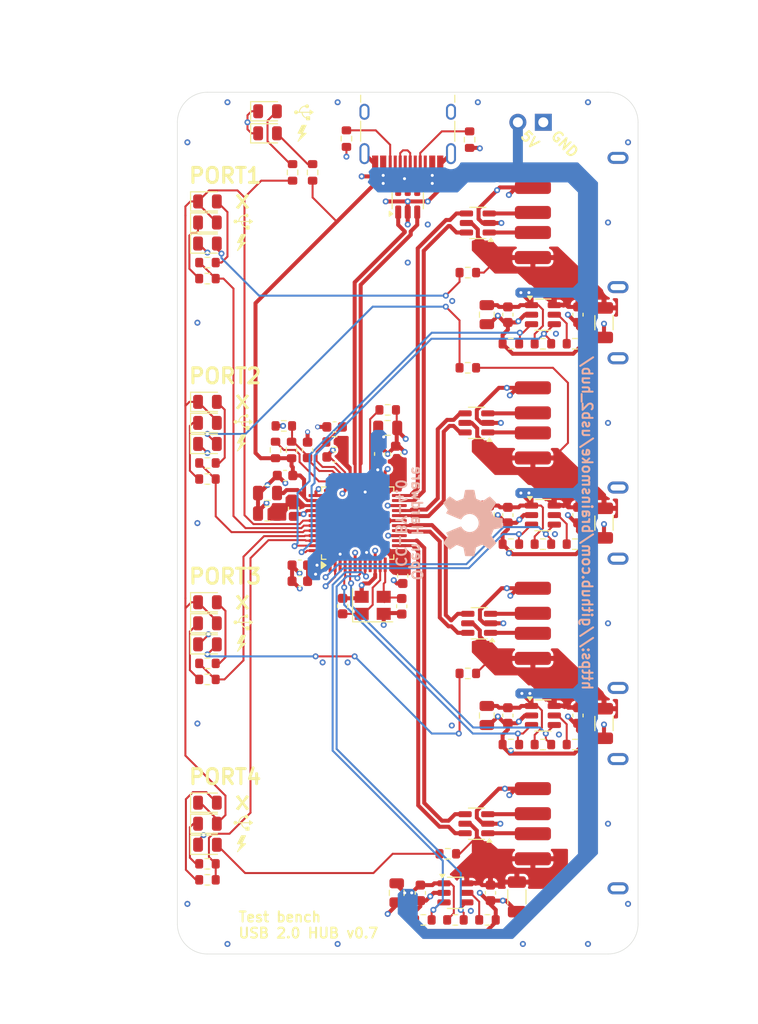
<source format=kicad_pcb>
(kicad_pcb (version 20240108) (generator "pcbnew") (generator_version "8.0")
  (layers (0 "F.Cu" signal) (1 "In1.Cu" signal) (2 "In2.Cu" signal) (31 "B.Cu" signal) (34 "B.Paste" user) (35 "F.Paste" user) (36 "B.SilkS" user "B.Silkscreen") (37 "F.SilkS" user "F.Silkscreen") (38 "B.Mask" user) (39 "F.Mask" user) (44 "Edge.Cuts" user))
  (net 0 "")
  (net 1 "XOUT")
  (net 2 "GND")
  (net 3 "XIN")
  (net 4 "Net-(U1-~{XRSTJ})")
  (net 5 "Net-(U1-VBUSM)")
  (net 6 "5V")
  (net 7 "VUSB1")
  (net 8 "VUSB2")
  (net 9 "VUSB3")
  (net 10 "VUSB4")
  (net 11 "Net-(D1-A)")
  (net 12 "Net-(D3-A)")
  (net 13 "Net-(D5-A)")
  (net 14 "Net-(D7-A)")
  (net 15 "Net-(D9-A)")
  (net 16 "D4-")
  (net 17 "D4+")
  (net 18 "D3-")
  (net 19 "D2-")
  (net 20 "D1+")
  (net 21 "D1-")
  (net 22 "D2+")
  (net 23 "D3+")
  (net 25 "/d-")
  (net 26 "Net-(J5-CC2)")
  (net 27 "/d+")
  (net 28 "Net-(J5-CC1)")
  (net 30 "LED1")
  (net 31 "USB_EN2")
  (net 32 "Net-(U3-ILIM)")
  (net 33 "OVERCURRENT2")
  (net 34 "DRV")
  (net 35 "Net-(U1-REXT)")
  (net 36 "3V3")
  (net 37 "Net-(U1-BUSB)")
  (net 38 "USB_EN1")
  (net 39 "Net-(U2-ILIM)")
  (net 40 "OVERCURRENT1")
  (net 41 "LED2")
  (net 42 "USB_EN3")
  (net 43 "Net-(U4-ILIM)")
  (net 44 "OVERCURRENT3")
  (net 45 "LED3")
  (net 46 "USB_EN4")
  (net 47 "Net-(U5-ILIM)")
  (net 48 "OVERCURRENT4")
  (net 49 "LED4")
  (net 50 "1V8")
  (net 51 "Net-(J1-D-)")
  (net 52 "Net-(J1-D+)")
  (net 53 "Net-(J2-D-)")
  (net 54 "Net-(J2-D+)")
  (net 55 "Net-(J3-D-)")
  (net 56 "Net-(J3-D+)")
  (net 57 "Net-(J4-D+)")
  (net 58 "Net-(J4-D-)")
  (net 59 "Net-(J5-D--PadA7)")
  (net 60 "Net-(J5-D+-PadA6)")
  (net 61 "Net-(D10-A)")
  (net 62 "Net-(D11-A)")
  (net 63 "Net-(D12-A)")
  (net 64 "Net-(D13-A)")
  (net 65 "Net-(D14-A)")
  (net 66 "Net-(D2-K)")
  (net 67 "Net-(D4-K)")
  (net 68 "Net-(D6-K)")
  (net 69 "Net-(D8-K)")
  (footprint "Resistor_SMD:R_0603_1608Metric" (layer "F.Cu") (at 151.179998 56.73 -90)
    (property "Reference" "R5" (hide yes))
    (property "Value" "5k1")
  )
  (footprint "Resistor_SMD:R_0603_1608Metric" (layer "F.Cu") (at 161.7 117.1 180)
    (property "Reference" "R17" (hide yes))
    (property "Value" "12k")
  )
  (footprint "Capacitor_SMD:C_0603_1608Metric" (layer "F.Cu") (at 153.2625 131.9 -90)
    (property "Reference" "C20" (hide yes))
    (property "Value" "100nF")
  )
  (footprint "Resistor_SMD:R_0603_1608Metric" (layer "F.Cu") (at 133.5 60 90)
    (property "Reference" "R7" (hide yes))
    (property "Value" "12k")
  )
  (footprint "Capacitor_SMD:C_0603_1608Metric" (layer "F.Cu") (at 134.225 99.2 180)
    (property "Reference" "C28" (hide yes))
    (property "Value" "100nF")
  )
  (footprint "LED_SMD:LED_0805_2012Metric" (layer "F.Cu") (at 125 82.9)
    (property "Reference" "D3" (hide yes))
    (property "Value" "LED")
  )
  (footprint "Resistor_SMD:R_0603_1608Metric" (layer "F.Cu") (at 146.5625 134.6)
    (property "Reference" "R20" (hide yes))
    (property "Value" "100k")
  )
  (footprint "Package_TO_SOT_SMD:SOT-23-6" (layer "F.Cu") (at 151.8625 125 180)
    (property "Reference" "U10" (hide yes))
    (property "Value" "USBLC6-2SC6" (hide yes))
  )
  (footprint "Resistor_SMD:R_0603_1608Metric" (layer "F.Cu") (at 155.3 97.1)
    (property "Reference" "R2" (hide yes))
    (property "Value" "100k")
  )
  (footprint "Resistor_SMD:R_0603_1608Metric" (layer "F.Cu") (at 125 70.6 180)
    (property "Reference" "R1" (hide yes))
    (property "Value" "12k")
  )
  (footprint "Capacitor_SMD:C_0805_2012Metric" (layer "F.Cu") (at 143 85.5)
    (property "Reference" "C26" (hide yes))
    (property "Value" "10uF")
  )
  (footprint "Resistor_SMD:R_0603_1608Metric" (layer "F.Cu") (at 158.5 97.1 180)
    (property "Reference" "R4" (hide yes))
    (property "Value" "12k")
  )
  (footprint "Package_TO_SOT_SMD:SOT-23-6" (layer "F.Cu") (at 158.5 114.2)
    (property "Reference" "U4" (hide yes))
    (property "Value" "AP22652AW6-7")
  )
  (footprint "Capacitor_SMD:C_0805_2012Metric" (layer "F.Cu") (at 152.9 94.2 -90)
    (property "Reference" "C6" (hide yes))
    (property "Value" "10uF")
  )
  (footprint "Package_QFP:LQFP-48_7x7mm_P0.5mm" (layer "F.Cu") (at 140 95 90)
    (property "Reference" "U1" (hide yes))
    (property "Value" "FE1.1")
  )
  (footprint "LED_SMD:LED_0805_2012Metric" (layer "F.Cu") (at 125 127.1)
    (property "Reference" "D13" (hide yes))
    (property "Value" "LED")
  )
  (footprint "Resistor_SMD:R_0603_1608Metric" (layer "F.Cu") (at 133.4 87.7 -90)
    (property "Reference" "R11" (hide yes))
    (property "Value" "47k")
  )
  (footprint "Resistor_SMD:R_0603_1608Metric" (layer "F.Cu") (at 158.5 77.1 180)
    (property "Reference" "R14" (hide yes))
    (property "Value" "12k")
  )
  (footprint "Library:SHOU HAN 10.0 QHHTZB6.3" (layer "F.Cu") (at 161.65 65 90)
    (property "Reference" "J1" (hide yes))
    (property "Value" "USB_A" (hide yes))
  )
  (footprint "Resistor_SMD:R_0603_1608Metric" (layer "F.Cu") (at 151 79.5 180)
    (property "Reference" "R25" (hide yes))
    (property "Value" "12k")
  )
  (footprint "Capacitor_SMD:C_1206_3216Metric" (layer "F.Cu") (at 164.6 75 -90)
    (property "Reference" "C13" (hide yes))
    (property "Value" "22uF")
  )
  (footprint "Library:USB_C_Receptacle_HRO_TYPE-C-31-M-12" (layer "F.Cu") (at 145 55 180)
    (property "Reference" "J5" (hide yes))
    (property "Value" "USB_C_Receptacle_USB2.0_16P")
  )
  (footprint "LED_SMD:LED_0805_2012Metric" (layer "F.Cu") (at 125 102.9)
    (property "Reference" "D5" (hide yes))
    (property "Value" "LED")
  )
  (footprint "Capacitor_SMD:C_0603_1608Metric" (layer "F.Cu") (at 155 114.2 -90)
    (property "Reference" "C11" (hide yes))
    (property "Value" "100nF")
  )
  (footprint "Capacitor_SMD:C_0805_2012Metric" (layer "F.Cu") (at 152.9 114.2 -90)
    (property "Reference" "C7" (hide yes))
    (property "Value" "10uF")
  )
  (footprint "MountingHole:MountingHole_3.2mm_M3_ISO14580" (layer "F.Cu") (at 165 135)
    (property "Reference" "REF**" (hide yes))
    (property "Value" "MountingHole_3.2mm_M3_ISO14580")
  )
  (footprint "Package_TO_SOT_SMD:SOT-23-6" (layer "F.Cu") (at 152 65.05 180)
    (property "Reference" "U7" (hide yes))
    (property "Value" "USBLC6-2SC6")
  )
  (footprint "Resistor_SMD:R_0603_1608Metric" (layer "F.Cu") (at 137.7 86.9)
    (property "Reference" "R9" (hide yes))
    (property "Value" "100k")
  )
  (footprint "Capacitor_SMD:C_0603_1608Metric" (layer "F.Cu") (at 162 94.2 -90)
    (property "Reference" "C18" (hide yes))
    (property "Value" "100nF")
  )
  (footprint "LED_SMD:LED_0805_2012Metric" (layer "F.Cu") (at 125 122.9)
    (property "Reference" "D7" (hide yes))
    (property "Value" "LED")
  )
  (footprint "Package_TO_SOT_SMD:SOT-23-6" (layer "F.Cu") (at 152.1375 105 180)
    (property "Reference" "U9" (hide yes))
    (property "Value" "USBLC6-2SC6" (hide yes))
  )
  (footprint "Resistor_SMD:R_0603_1608Metric" (layer "F.Cu") (at 161.7 97.1 180)
    (property "Reference" "R3" (hide yes))
    (property "Value" "12k")
  )
  (footprint "Package_TO_SOT_SMD:SOT-23-6" (layer "F.Cu") (at 158.5 94.2)
    (property "Reference" "U3" (hide yes))
    (property "Value" "AP22652AW6-7")
  )
  (footprint "MountingHole:MountingHole_3.2mm_M3_ISO14580" (layer "F.Cu") (at 125 135)
    (property "Reference" "REF**" (hide yes))
    (property "Value" "MountingHole_3.2mm_M3_ISO14580")
  )
  (footprint "Resistor_SMD:R_0603_1608Metric" (layer "F.Cu") (at 155.3 77.1)
    (property "Reference" "R12" (hide yes))
    (property "Value" "100k")
  )
  (footprint "Capacitor_SMD:C_0603_1608Metric" (layer "F.Cu") (at 146.2625 131.9 -90)
    (property "Reference" "C12" (hide yes))
    (property "Value" "100nF")
  )
  (footprint "LED_SMD:LED_0805_2012Metric" (layer "F.Cu") (at 125 65)
    (property "Reference" "D2" (hide yes))
    (property "Value" "LED")
  )
  (footprint "Capacitor_SMD:C_0603_1608Metric" (layer "F.Cu") (at 133.6 93.55 -90)
    (property "Reference" "C22" (hide yes))
    (property "Value" "100nF")
  )
  (footprint "Capacitor_SMD:C_0603_1608Metric" (layer "F.Cu") (at 162 114.2 -90)
    (property "Reference" "C19" (hide yes))
    (property "Value" "100nF")
  )
  (footprint "Resistor_SMD:R_0603_1608Metric" (layer "F.Cu") (at 125 129 180)
    (property "Reference" "R23" (hide yes))
    (property "Value" "12k")
  )
  (footprint "Resistor_SMD:R_0603_1608Metric" (layer "F.Cu") (at 161.7 77.1 180)
    (property "Reference" "R13" (hide yes))
    (property "Value" "12k")
  )
  (footprint "LED_SMD:LED_0805_2012Metric" (layer "F.Cu") (at 125 67.1)
    (property "Reference" "D10" (hide yes))
    (property "Value" "LED")
  )
  (footprint "Capacitor_SMD:C_0603_1608Metric" (layer "F.Cu") (at 155 74.2 -90)
    (property "Reference" "C9" (hide yes))
    (property "Value" "100nF")
  )
  (footprint "LED_SMD:LED_0805_2012Metric" (layer "F.Cu") (at 125 62.9)
    (property "Reference" "D1" (hide yes))
    (property "Value" "LED")
  )
  (footprint "Resistor_SMD:R_0603_1608Metric" (layer "F.Cu") (at 125 89)
    (property "Reference" "R31" (hide yes))
    (property "Value" "510")
  )
  (footprint "Resistor_SMD:R_0603_1608Metric" (layer "F.Cu") (at 151 110 180)
    (property "Reference" "R26" (hide yes))
    (property "Value" "12k")
  )
  (footprint "Resistor_SMD:R_0603_1608Metric" (layer "F.Cu") (at 125 130.6 180)
    (property "Reference" "R33" (hide yes))
    (property "Value" "510")
  )
  (footprint "Resistor_SMD:R_0603_1608Metric" (layer "F.Cu") (at 143 83.7)
    (property "Reference" "R8" (hide yes))
    (property "Value" "2K7 (1%)")
  )
  (footprint "Resistor_SMD:R_0603_1608Metric" (layer "F.Cu") (at 125 69)
    (property "Reference" "R30" (hide yes))
    (property "Value" "510")
  )
  (footprint "Resistor_SMD:R_0603_1608Metric" (layer "F.Cu") (at 149 128 180)
    (property "Reference" "R27" (hide yes))
    (property "Value" "12k")
  )
  (footprint "Resistor_SMD:R_0603_1608Metric" (layer "F.Cu") (at 152.9625 134.6 180)
    (property "Reference" "R21" (hide yes))
    (property "Value" "12k")
  )
  (footprint "MountingHole:MountingHole_3.2mm_M3_ISO14580" (layer "F.Cu") (at 165 55)
    (property "Reference" "REF**" (hide yes))
    (property "Value" "MountingHole_3.2mm_M3_ISO14580")
  )
  (footprint "Capacitor_SMD:C_1206_3216Metric" (layer "F.Cu") (at 164.6 95 -90)
    (property "Reference" "C14" (hide yes))
    (property "Value" "22uF")
  )
  (footprint "Capacitor_SMD:C_0603_1608Metric" (layer "F.Cu") (at 155 94.2 -90)
    (property "Reference" "C10" (hide yes))
    (property "Value" "100nF")
  )
  (footprint "Resistor_SMD:R_0603_1608Metric" (layer "F.Cu") (at 138.879998 56.63 -90)
    (property "Reference" "R6" (hide yes))
    (property "Value" "5k1")
  )
  (footprint "Capacitor_SMD:C_0603_1608Metric" (layer "F.Cu") (at 142.2 88.1 90)
    (property "Reference" "C27" (hide yes))
    (property "Value" "100nF")
  )
  (footprint "Capacitor_SMD:C_0603_1608Metric" (layer "F.Cu") (at 138.5 103.279397 90)
    (property "Reference" "C1" (hide yes))
    (property "Value" "12pF")
  )
  (footprint "Capacitor_SMD:C_1206_3216Metric" (layer "F.Cu") (at 164.6 115 -90)
    (property "Reference" "C15" (hide yes))
    (property "Value" "22uF")
  )
  (footprint "Package_TO_SOT_SMD:SOT-23-6" (layer "F.Cu") (at 145 62.83 90)
    (property "Reference" "U6" (hide yes))
    (property "Value" "USBLC6-2SC6")
  )
  (footprint "Library:SHOU HAN 10.0 QHHTZB6.3" (layer "F.Cu") (at 161.65 85 90)
    (property "Reference" "J2" (hide yes))
    (property "Value" "USB_A" (hide yes))
  )
  (footprint "Capacitor_SMD:C_0603_1608Metric" (layer "F.Cu") (at 137.7 85.4 180)
    (property "Reference" "C3" (hide yes))
    (property "Value" "100nF")
  )
  (footprint "Capacitor_SMD:C_0603_1608Metric" (layer "F.Cu") (at 132.75 90.25 180)
    (property "Reference" "C31" (hide yes))
    (property "Value" "100nF")
  )
  (footprint "Library:SHOU HAN 10.0 QHHTZB6.3" (layer "F.Cu") (at 161.65 105 90)
    (property "Reference" "J3" (hide yes))
    (property "Value" "USB_A" (hide yes))
  )
  (footprint "LED_SMD:LED_0805_2012Metric" (layer "F.Cu") (at 131 53.9)
    (property "Reference" "D9" (hide yes))
    (property "Value" "LED")
  )
  (footprint "Capacitor_SMD:C_0603_1608Metric" (layer "F.Cu") (at 144.5 100.25 -90)
    (property "Reference" "C21" (hide yes))
    (property "Value" "100nF")
  )
  (footprint "Resistor_SMD:R_0603_1608Metric" (layer "F.Cu") (at 135.5 60 90)
    (property "Reference" "R28" (hide yes))
    (property "Value" "12k")
  )
  (footprint "Capacitor_SMD:C_0603_1608Metric" (layer "F.Cu") (at 137.7 88.4 180)
    (property "Reference" "C23" (hide yes))
    (property "Value" "100nF")
  )
  (footprint "Capacitor_SMD:C_0805_2012Metric" (layer "F.Cu") (at 143.9 131.9 -90)
    (property "Reference" "C8" (hide yes))
    (property "Value" "10uF")
  )
  (footprint "LED_SMD:LED_0805_2012Metric" (layer "F.Cu") (at 125 125)
    (property "Reference" "D8" (hide yes))
    (property "Value" "LED")
  )
  (footprint "Resistor_SMD:R_0603_1608Metric" (layer "F.Cu") (at 125 90.6 180)
    (property "Reference" "R15" (hide yes))
    (property "Value" "12k")
  )
  (footprint "Resistor_SMD:R_0603_1608Metric" (layer "F.Cu") (at 149.7625 134.6 180)
    (property "Reference" "R22" (hide yes))
    (property "Value" "12k")
  )
  (footprint "Capacitor_SMD:C_0603_1608Metric" (layer "F.Cu") (at 162 74.2 -90)
    (property "Reference" "C17" (hide yes))
    (property "Value" "100nF")
  )
  (footprint "LED_SMD:LED_0805_2012Metric" (layer "F.Cu") (at 125 85)
    (property "Reference" "D4" (hide yes))
    (property "Value" "LED")
  )
  (footprint "Resistor_SMD:R_0603_1608Metric" (layer "F.Cu") (at 132.625 85.3)
    (property "Reference" "R29" (hide yes))
    (property "Value" "100k")
  )
  (footprint "Resistor_SMD:R_0603_1608Metric" (layer "F.Cu") (at 125 109)
    (property "Reference" "R32" (hide yes))
    (property "Value" "510")
  )
  (footprint "Library:PinHeader_1x02_P2.54mm_Vertical" (layer "F.Cu") (at 158.54 55 -90)
    (property "Reference" "J6" (hide yes))
    (property "Value" "Conn_01x02_Pin")
  )
  (footprint "Crystal:Crystal_SMD_3225-4Pin_3.2x2.5mm" (layer "F.Cu") (at 141.5 103.204397)
    (property "Reference" "Y1" (hide yes))
    (property "Value" "12MHz")
  )
  (footprint "LED_SMD:LED_0805_2012Metric" (layer "F.Cu") (at 125 87.1)
    (property "Reference" "D11" (hide yes))
    (property "Value" "LED")
  )
  (footprint "Capacitor_SMD:C_0603_1608Metric" (layer "F.Cu") (at 135 87.7 90)
    (property "Reference" "C4" (hide yes))
    (property "Value" "100nF")
  )
  (footprint "Package_TO_SOT_SMD:SOT-23-6" (layer "F.Cu") (at 149.7625 131.9)
    (property "Reference" "U5" (hide yes))
    (property "Value" "AP22652AW6-7")
  )
  (footprint "Capacitor_SMD:C_0603_1608Metric" (layer "F.Cu") (at 144.4 103.3 -90)
    (property "Reference" "C2" (hide yes))
    (property "Value" "12pF")
  )
  (footprint "Capacitor_SMD:C_1206_3216Metric" (layer "F.Cu") (at 155.9 132.3 -90)
    (property "Reference" "C16" (hide yes))
    (property "Value" "22uF")
  )
  (footprint "Resistor_SMD:R_0603_1608Metric" (layer "F.Cu") (at 151 70 180)
    (property "Reference" "R24" (hide yes))
    (property "Value" "12k")
  )
  (footprint "Resistor_SMD:R_0603_1608Metric" (layer "F.Cu") (at 155.3 117.1)
    (property "Reference" "R16" (hide yes))
    (property "Value" "100k")
  )
  (footprint "LED_SMD:LED_0805_2012Metric" (layer "F.Cu") (at 131 56.1)
    (property "Reference" "D14" (hide yes))
    (property "Value" "LED")
  )
  (footprint "LED_SMD:LED_0805_2012Metric" (layer "F.Cu") (at 125 105)
    (property "Reference" "D6" (hide yes))
    (property "Value" "LED")
  )
  (footprint "Library:SHOU HAN 10.0 QHHTZB6.3" (layer "F.Cu") (at 161.65 125 90)
    (property "Reference" "J4" (hide yes))
    (property "Value" "USB_A" (hide yes))
  )
  (footprint "Capacitor_SMD:C_0603_1608Metric" (layer "F.Cu") (at 143.8 88.1 90)
    (property "Reference" "C24" (hide yes))
    (property "Value" "100nF")
  )
  (footprint "MountingHole:MountingHole_3.2mm_M3_ISO14580" (layer "F.Cu") (at 125 55)
    (property "Reference" "REF**" (hide yes))
    (property "Value" "MountingHole_3.2mm_M3_ISO14580")
  )
  (footprint "Capacitor_SMD:C_0805_2012Metric" (layer "F.Cu") (at 131 94.05 180)
    (property "Reference" "C25" (hide yes))
    (property "Value" "10uF")
  )
  (footprint "Capacitor_SMD:C_0805_2012Metric" (layer "F.Cu") (at 131 92 180)
    (property "Reference" "C30" (hide yes))
    (property "Value" "10uF")
  )
  (footprint "Resistor_SMD:R_0603_1608Metric" (layer "F.Cu") (at 125 110.6 180)
    (property "Reference" "R19" (hide yes))
    (property "Value" "12k")
  )
  (footprint "Capacitor_SMD:C_0805_2012Metric" (layer "F.Cu") (at 152.9 74.2 -90)
    (property "Reference" "C5" (hide yes))
    (property "Value" "10uF")
  )
  (footprint "LED_SMD:LED_0805_2012Metric" (layer "F.Cu") (at 125 107.1)
    (property "Reference" "D12" (hide yes))
    (property "Value" "LED")
  )
  (footprint "Package_TO_SOT_SMD:SOT-23-6" (layer "F.Cu") (at 151.8625 85 180)
    (property "Reference" "U8" (hide yes))
    (property "Value" "USBLC6-2SC6" (hide yes))
  )
  (footprint "Capacitor_SMD:C_0603_1608Metric" (layer "F.Cu") (at 134.225 100.8 180)
    (property "Reference" "C29" (hide yes))
    (property "Value" "100nF")
  )
  (footprint "Resistor_SMD:R_0603_1608Metric" (layer "F.Cu") (at 158.5 117.1 180)
    (property "Reference" "R18" (hide yes))
    (property "Value" "12k")
  )
  (footprint "Package_TO_SOT_SMD:SOT-23-6" (layer "F.Cu") (at 158.5 74.2)
    (property "Reference" "U2" (hide yes))
    (property "Value" "AP22652AW6-7")
  )
  (footprint "Resistor_SMD:R_0603_1608Metric" (layer "F.Cu") (at 131.8 87.7 -90)
    (property "Reference" "R10" (hide yes))
    (property "Value" "100k")
  )
  (footprint "Symbol:OSHW-Symbol_6.7x6mm_SilkScreen" (layer "B.Cu") (at 151.5 95 90)
    (property "Reference" "REF**" (hide yes))
    (property "Value" "OSHW-Symbol_6.7x6mm_SilkScreen" (hide yes))
  )
  (gr_circle (center 128.9 104.3) (end 129 104.4) (stroke (width 0.1)) (fill solid) (layer "F.SilkS"))
  (gr_rect (start 128.85 105.35) (end 129.15 105.65) (stroke (width 0.1)) (fill solid) (layer "F.SilkS"))
  (gr_line (start 133.85 54) (end 135.25 54) (stroke (width 0.1)) (layer "F.SilkS"))
  (gr_arc (start 129 105.5) (mid 128.575736 105.324264) (end 128.4 104.9) (stroke (width 0.1)) (layer "F.SilkS"))
  (gr_line (start 127.8 104.9) (end 129.2 104.9) (stroke (width 0.1)) (layer "F.SilkS"))
  (gr_arc (start 129 65.5) (mid 128.575736 65.324264) (end 128.4 64.9) (stroke (width 0.1)) (layer "F.SilkS"))
  (gr_line (start 127.8 64.9) (end 129.2 64.9) (stroke (width 0.1)) (layer "F.SilkS"))
  (gr_rect (start 128.85 85.35) (end 129.15 85.65) (stroke (width 0.1)) (fill solid) (layer "F.SilkS"))
  (gr_arc (start 128.131535 64.9) (mid 128.369389 64.412522) (end 128.9 64.300001) (stroke (width 0.1)) (layer "F.SilkS"))
  (gr_arc (start 134.181535 54) (mid 134.419389 53.512522) (end 134.95 53.400001) (stroke (width 0.1)) (layer "F.SilkS"))
  (gr_poly (pts (xy 128.1 62.2) (xy 127.9 62.3) (xy 128.4 62.9) (xy 127.9 63.5) (xy 128.1 63.6) (xy 128.5 63) (xy 128.9 63.6) (xy 129.1 63.5) (xy 128.6 62.9) (xy 129.1 62.3) (xy 128.9 62.2) (xy 128.5 62.8)) (stroke (width 0.1)) (fill solid) (layer "F.SilkS"))
  (gr_arc (start 128.131535 104.9) (mid 128.369389 104.412522) (end 128.9 104.300001) (stroke (width 0.1)) (layer "F.SilkS"))
  (gr_circle (center 128.9 64.3) (end 129 64.4) (stroke (width 0.1)) (fill solid) (layer "F.SilkS"))
  (gr_poly (pts (xy 134.45 55.3) (xy 134.05 56.1) (xy 134.45 56.1) (xy 134.05 56.9) (xy 134.85 56.1) (xy 134.45 56.1) (xy 134.85 55.3)) (stroke (width 0.1)) (fill solid) (layer "F.SilkS"))
  (gr_arc (start 135.05 54.6) (mid 134.625736 54.424264) (end 134.45 54) (stroke (width 0.1)) (layer "F.SilkS"))
  (gr_poly (pts (xy 128.1 102.2) (xy 127.9 102.3) (xy 128.4 102.9) (xy 127.9 103.5) (xy 128.1 103.6) (xy 128.5 103) (xy 128.9 103.6) (xy 129.1 103.5) (xy 128.6 102.9) (xy 129.1 102.3) (xy 128.9 102.2) (xy 128.5 102.8)) (stroke (width 0.1)) (fill solid) (layer "F.SilkS"))
  (gr_poly (pts (xy 129.2 125.1) (xy 129.2 124.7) (xy 129.5 124.9)) (stroke (width 0.1)) (fill solid) (layer "F.SilkS"))
  (gr_circle (center 127.8 124.9) (end 127.9 125) (stroke (width 0.1)) (fill solid) (layer "F.SilkS"))
  (gr_poly (pts (xy 128.4 66.2) (xy 128 67) (xy 128.4 67) (xy 128 67.8) (xy 128.8 67) (xy 128.4 67) (xy 128.8 66.2)) (stroke (width 0.1)) (fill solid) (layer "F.SilkS"))
  (gr_rect (start 128.85 65.35) (end 129.15 65.65) (stroke (width 0.1)) (fill solid) (layer "F.SilkS"))
  (gr_poly (pts (xy 129.2 65.1) (xy 129.2 64.7) (xy 129.5 64.9)) (stroke (width 0.1)) (fill solid) (layer "F.SilkS"))
  (gr_circle (center 128.9 124.3) (end 129 124.4) (stroke (width 0.1)) (fill solid) (layer "F.SilkS"))
  (gr_poly (pts (xy 129.2 105.1) (xy 129.2 104.7) (xy 129.5 104.9)) (stroke (width 0.1)) (fill solid) (layer "F.SilkS"))
  (gr_rect (start 128.85 125.35) (end 129.15 125.65) (stroke (width 0.1)) (fill solid) (layer "F.SilkS"))
  (gr_arc (start 129 85.5) (mid 128.575736 85.324264) (end 128.4 84.9) (stroke (width 0.1)) (layer "F.SilkS"))
  (gr_arc (start 129 125.5) (mid 128.575736 125.324264) (end 128.4 124.9) (stroke (width 0.1)) (layer "F.SilkS"))
  (gr_circle (center 127.8 84.9) (end 127.9 85) (stroke (width 0.1)) (fill solid) (layer "F.SilkS"))
  (gr_poly (pts (xy 128.4 106.2) (xy 128 107) (xy 128.4 107) (xy 128 107.8) (xy 128.8 107) (xy 128.4 107) (xy 128.8 106.2)) (stroke (width 0.1)) (fill solid) (layer "F.SilkS"))
  (gr_circle (center 127.8 64.9) (end 127.9 65) (stroke (width 0.1)) (fill solid) (layer "F.SilkS"))
  (gr_circle (center 134.95 53.4) (end 135.05 53.5) (stroke (width 0.1)) (fill solid) (layer "F.SilkS"))
  (gr_poly (pts (xy 135.25 54.2) (xy 135.25 53.8) (xy 135.55 54)) (stroke (width 0.1)) (fill solid) (layer "F.SilkS"))
  (gr_circle (center 133.85 54) (end 133.95 54.1) (stroke (width 0.1)) (fill solid) (layer "F.SilkS"))
  (gr_line (start 127.8 124.9) (end 129.2 124.9) (stroke (width 0.1)) (layer "F.SilkS"))
  (gr_poly (pts (xy 128.1 82.2) (xy 127.9 82.3) (xy 128.4 82.9) (xy 127.9 83.5) (xy 128.1 83.6) (xy 128.5 83) (xy 128.9 83.6) (xy 129.1 83.5) (xy 128.6 82.9) (xy 129.1 82.3) (xy 128.9 82.2) (xy 128.5 82.8)) (stroke (width 0.1)) (fill solid) (layer "F.SilkS"))
  (gr_poly (pts (xy 128.4 86.2) (xy 128 87) (xy 128.4 87) (xy 128 87.8) (xy 128.8 87) (xy 128.4 87) (xy 128.8 86.2)) (stroke (width 0.1)) (fill solid) (layer "F.SilkS"))
  (gr_arc (start 128.131535 124.9) (mid 128.369389 124.412522) (end 128.9 124.300001) (stroke (width 0.1)) (layer "F.SilkS"))
  (gr_poly (pts (xy 128.1 122.2) (xy 127.9 122.3) (xy 128.4 122.9) (xy 127.9 123.5) (xy 128.1 123.6) (xy 128.5 123) (xy 128.9 123.6) (xy 129.1 123.5) (xy 128.6 122.9) (xy 129.1 122.3) (xy 128.9 122.2) (xy 128.5 122.8)) (stroke (width 0.1)) (fill solid) (layer "F.SilkS"))
  (gr_poly (pts (xy 128.4 126.2) (xy 128 127) (xy 128.4 127) (xy 128 127.8) (xy 128.8 127) (xy 128.4 127) (xy 128.8 126.2)) (stroke (width 0.1)) (fill solid) (layer "F.SilkS"))
  (gr_line (start 127.8 84.9) (end 129.2 84.9) (stroke (width 0.1)) (layer "F.SilkS"))
  (gr_poly (pts (xy 129.2 85.1) (xy 129.2 84.7) (xy 129.5 84.9)) (stroke (width 0.1)) (fill solid) (layer "F.SilkS"))
  (gr_circle (center 128.9 84.3) (end 129 84.4) (stroke (width 0.1)) (fill solid) (layer "F.SilkS"))
  (gr_arc (start 128.131535 84.9) (mid 128.369389 84.412522) (end 128.9 84.300001) (stroke (width 0.1)) (layer "F.SilkS"))
  (gr_circle (center 127.8 104.9) (end 127.9 105) (stroke (width 0.1)) (fill solid) (layer "F.SilkS"))
  (gr_rect (start 134.9 54.45) (end 135.2 54.75) (stroke (width 0.1)) (fill solid) (layer "F.SilkS"))
  (gr_line (start 122 55) (end 122 135) (stroke (width 0.05)) (layer "Edge.Cuts"))
  (gr_line (start 168 135) (end 168 55) (stroke (width 0.05)) (layer "Edge.Cuts"))
  (gr_arc (start 122 55) (mid 122.87868 52.87868) (end 125 52) (stroke (width 0.05)) (layer "Edge.Cuts"))
  (gr_line (start 165 138) (end 125 138) (stroke (width 0.05)) (layer "Edge.Cuts"))
  (gr_line (start 165 52) (end 125 52) (stroke (width 0.05)) (layer "Edge.Cuts"))
  (gr_arc (start 165 52) (mid 167.12132 52.87868) (end 168 55) (stroke (width 0.05)) (layer "Edge.Cuts"))
  (gr_arc (start 168 135) (mid 167.12132 137.12132) (end 165 138) (stroke (width 0.05)) (layer "Edge.Cuts"))
  (gr_arc (start 125 138) (mid 122.87868 137.12132) (end 122 135) (stroke (width 0.05)) (layer "Edge.Cuts"))
  (gr_text "Open Hardware\nCC-BY-4.0" (at 146.5 95 270) (layer "B.SilkS") (effects (font (size 1 1) (thickness 0.2) (bold yes)) (justify top mirror)))
  (gr_text "https://github.com/brainsmoke/usb2_hub/" (at 163.5 95 270) (layer "B.SilkS") (effects (font (size 1 1) (thickness 0.2) (bold yes)) (justify top mirror)))
  (gr_text "PORT3" (at 123 101.2 0) (layer "F.SilkS") (effects (font (size 1.5 1.5) (thickness 0.3) (bold yes)) (justify left bottom)))
  (gr_text "PORT2" (at 123 81.2 0) (layer "F.SilkS") (effects (font (size 1.5 1.5) (thickness 0.3) (bold yes)) (justify left bottom)))
  (gr_text "5V" (at 156.46 56 -45) (layer "F.SilkS") (effects (font (size 1 1) (thickness 0.2) (bold yes)) (justify left)))
  (gr_text "PORT1" (at 123 61.2 0) (layer "F.SilkS") (effects (font (size 1.5 1.5) (thickness 0.3) (bold yes)) (justify left bottom)))
  (gr_text "Test bench\nUSB 2.0 HUB v0.7" (at 128 136.5 0) (layer "F.SilkS") (effects (font (size 1 1) (thickness 0.2) (bold yes)) (justify left bottom)))
  (gr_text "PORT4" (at 123 121.2 0) (layer "F.SilkS") (effects (font (size 1.5 1.5) (thickness 0.3) (bold yes)) (justify left bottom)))
  (gr_text "GND" (at 159.5 56 -45) (layer "F.SilkS") (effects (font (size 1 1) (thickness 0.2) (bold yes)) (justify left)))
  (segment (start 141.5 103.154397) (end 141.5 101.445602) (width 0.2) (layer "F.Cu") (net 1))
  (segment (start 141.5 101.445602) (end 142.25 100.695602) (width 0.2) (layer "F.Cu") (net 1))
  (segment (start 138.5 104.054397) (end 140.4 104.054397) (width 0.2) (layer "F.Cu") (net 1))
  (segment (start 140.6 104.054397) (end 141.5 103.154397) (width 0.2) (layer "F.Cu") (net 1))
  (segment (start 140.4 104.508795) (end 140.6 104.508795) (width 0.2) (layer "F.Cu") (net 1))
  (segment (start 142.25 100.695602) (end 142.25 99.1625) (width 0.2) (layer "F.Cu") (net 1))
  (segment (start 130.062499 53.9) (end 130.062499 53.937501) (width 0.4) (layer "F.Cu") (net 2))
  (segment (start 163.725 96.475) (end 163.1 97.1) (width 0.4) (layer "F.Cu") (net 2))
  (segment (start 129 54.3) (end 129 55) (width 0.2) (layer "F.Cu") (net 2))
  (segment (start 152.1 63.6) (end 152.075 63.625) (width 0.4) (layer "F.Cu") (net 2))
  (segment (start 155.825 94.975) (end 155 94.975) (width 0.4) (layer "F.Cu") (net 2))
  (segment (start 148.25 59.045) (end 148.405 59.045) (width 0.4) (layer "F.Cu") (net 2))
  (segment (start 157.5 81.5) (end 155.95 81.5) (width 0.4) (layer "F.Cu") (net 2))
  (segment (start 155.95 81.5) (end 155.2 82.25) (width 0.4) (layer "F.Cu") (net 2))
  (segment (start 152.9 135.7) (end 146.8375 135.7) (width 0.4) (layer "F.Cu") (net 2))
  (segment (start 153.7875 134.6) (end 153.7875 134.8125) (width 0.4) (layer "F.Cu") (net 2))
  (segment (start 151.9 123.705526) (end 151.9 124.394474) (width 0.4) (layer "F.Cu") (net 2))
  (segment (start 140.4 60.4) (end 141.3 60.4) (width 0.4) (layer "F.Cu") (net 2))
  (segment (start 146.8375 135.7) (end 145.7375 134.6) (width 0.4) (layer "F.Cu") (net 2))
  (segment (start 154.78995 95.81005) (end 154.475 96.125) (width 0.4) (layer "F.Cu") (net 2))
  (segment (start 142.675 103.979397) (end 144.4 103.979397) (width 0.4) (layer "F.Cu") (net 2))
  (segment (start 161.625 118) (end 155.2 118) (width 0.4) (layer "F.Cu") (net 2))
  (segment (start 157.5 61.5) (end 154.2 61.5) (width 0.4) (layer "F.Cu") (net 2))
  (segment (start 165 76.475001) (end 164.975001 76.5) (width 0.4) (layer "F.Cu") (net 2))
  (segment (start 162.525 77.1) (end 161.525 78.1) (width 0.4) (layer "F.Cu") (net 2))
  (segment (start 143.775 87.325) (end 143 88.1) (width 0.4) (layer "F.Cu") (net 2))
  (segment (start 163 77.1) (end 162.525 77.1) (width 0.4) (layer "F.Cu") (net 2))
  (segment (start 141.595 59.045) (end 140.68 58.13) (width 0.4) (layer "F.Cu") (net 2))
  (segment (start 155.475 78.1) (end 154.475 77.1) (width 0.4) (layer "F.Cu") (net 2))
  (segment (start 138.75 90.8375) (end 138.75 89.936218) (width 0.2) (layer "F.Cu") (net 2))
  (segment (start 154.3 85) (end 154.299999 84.999999) (width 0.4) (layer "F.Cu") (net 2))
  (segment (start 153.275 104.999999) (end 154.050001 104.999999) (width 0.4) (layer "F.Cu") (net 2))
  (segment (start 146.825 132.675) (end 146.2625 132.675) (width 0.4) (layer "F.Cu") (net 2))
  (segment (start 162 95.8) (end 162.525 96.325) (width 0.4) (layer "F.Cu") (net 2))
  (segment (start 143.9 133.1) (end 143 134) (width 0.4) (layer "F.Cu") (net 2))
  (segment (start 140.4 102.354397) (end 140.4 101.204397) (width 0.4) (layer "F.Cu") (net 2))
  (segment (start 130.2 92) (end 131 91.2) (width 0.4) (layer "F.Cu") (net 2))
  (segment (start 154.475 96.125) (end 154.475 97.1) (width 0.4) (layer "F.Cu") (net 2))
  (segment (start 151.9 84.562498) (end 152.337501 84.999999) (width 0.4) (layer "F.Cu") (net 2))
  (segment (start 154.475 117.275) (end 154.475 117.1) (width 0.4) (layer "F.Cu") (net 2))
  (segment (start 130.050001 93.849999) (end 130.9 93) (width 0.4) (layer "F.Cu") (net 2))
  (segment (start 142.2 87.325) (end 142.225 87.325) (width 0.4) (layer "F.Cu") (net 2))
  (segment (start 162.525 76.025) (end 162.525 77.1) (width 0.4) (layer "F.Cu") (net 2))
  (segment (start 162.525 116.225) (end 162.525 117.1) (width 0.4) (layer "F.Cu") (net 2))
  (segment (start 153.15 115.15) (end 152.9 115.15) (width 0.4) (layer "F.Cu") (net 2))
  (segment (start 152.2125 103.668026) (end 152.2125 104.599998) (width 0.4) (layer "F.Cu") (net 2))
  (segment (start 155.3 117.9) (end 155.2 118) (width 0.4) (layer "F.Cu") (net 2))
  (segment (start 156.6 94.2) (end 155.825 94.975) (width 0.4) (layer "F.Cu") (net 2))
  (segment (start 164.6 76.475001) (end 164.6 75.1) (width 0.4) (layer "F.Cu") (net 2))
  (segment (start 146.2625 132.675) (end 146.2625 133.2375) (width 0.4) (layer "F.Cu") (net 2))
  (segment (start 143.8 87.325) (end 143.9 87.225) (width 0.4) (layer "F.Cu") (net 2))
  (segment (start 157.3625 74.2) (end 156.7 74.2) (width 0.4) (layer "F.Cu") (net 2))
  (segment (start 152.1 64.674999) (end 152.475001 65.05) (width 0.4) (layer "F.Cu") (net 2))
  (segment (start 143.925 101.025) (end 143.6 100.7) (width 0.4) (layer "F.Cu") (net 2))
  (segment (start 155.1 62.25) (end 155.85 61.5) (width 0.4) (layer "F.Cu") (net 2))
  (segment (start 152.2125 104.599998) (end 152.612501 104.999999) (width 0.4) (layer "F.Cu") (net 2))
  (segment (start 124.062499 107.1) (end 124.15 107.1) (width 0.4) (layer "F.Cu") (net 2))
  (segment (start 162 94.975) (end 162 95.8) (width 0.4) (layer "F.Cu") (net 2))
  (segment (start 140.25 102.504397) (end 138.5 102.504397) (width 0.4) (layer "F.Cu") (net 2))
  (segment (start 133.498178 100.8) (end 134.220816 101.522638) (width 0.4) (layer "F.Cu") (net 2))
  (segment (start 145.7375 134.6) (end 145.5 134.6) (width 0.4) (layer "F.Cu") (net 2))
  (segment (start 143.825 83.7) (end 143.9 83.775) (width 0.2) (layer "F.Cu") (net 2))
  (segment (start 142.2 87.075) (end 142.075 87.075) (width 0.2) (layer "F.Cu") (net 2))
  (segment (start 140.4 101.795602) (end 140.4 101.204397) (width 0.4) (layer "F.Cu") (net 2))
  (segment (start 141.75 59.95) (end 141.75 59.045) (width 0.4) (layer "F.Cu") (net 2))
  (segment (start 154.8 132.675) (end 155.9 133.775) (width 0.4) (layer "F.Cu") (net 2))
  (segment (start 142.8 62.9) (end 145 62.9) (width 0.4) (layer "F.Cu") (net 2))
  (segment (start 152.2 104.587498) (end 152.2 103.6) (width 0.2) (layer "F.Cu") (net 2))
  (segment (start 130.050001 92) (end 130.2 92) (width 0.4) (layer "F.Cu") (net 2))
  (segment (start 143.95 85.5) (end 143.95 85.75) (width 0.4) (layer "F.Cu") (net 2))
  (segment (start 143.95 85.75) (end 144.8 86.6) (width 0.4) (layer "F.Cu") (net 2))
  (segment (start 125.1 106.15) (end 125.1 106.1) (width 0.2) (layer "F.Cu") (net 2))
  (segment (start 141.75 97.75) (end 141.75 99.1625) (width 0.3) (layer "F.Cu") (net 2))
  (segment (start 138.75 91.783131) (end 138.75 90.8375) (width 0.3) (layer "F.Cu") (net 2))
  (segment (start 142.6 104.508795) (end 142.675 104.433795) (width 0.4) (layer "F.Cu") (net 2))
  (segment (start 154.55 104.999999) (end 153.275 104.999999) (width 0.4) (layer "F.Cu") (net 2))
  (segment (start 156.7 114.2) (end 155.925 114.975) (width 0.4) (layer "F.Cu") (net 2))
  (segment (start 144.5 101.025) (end 143.925 101.025) (width 0.4) (layer "F.Cu") (net 2))
  (segment (start 148.25 61.65) (end 148.25 59.045) (width 0.4) (layer "F.Cu") (net 2))
  (segment (start 142.75 89.85) (end 143 89.6) (width 0.3) (layer "F.Cu") (net 2))
  (segment (start 161.675 114.975) (end 161 114.3) (width 0.4) (layer "F.Cu") (net 2))
  (segment (start 141.75 100.403722) (end 141.75 100.1) (width 0.4) (layer "F.Cu") (net 2))
  (segment (start 154.380526 101.5) (end 152.2125 103.668026) (width 0.4) (layer "F.Cu") (net 2))
  (segment (start 131.975 90.25) (end 131.95 90.25) (width 0.4) (layer "F.Cu") (net 2))
  (segment (start 143.9 132.85) (end 143.9 133.1) (width 0.4) (layer "F.Cu") (net 2))
  (segment (start 154.475 116.125) (end 154.475 117.1) (width 0.4) (layer "F.Cu") (net 2))
  (segment (start 155 114.975) (end 155 115.6) (width 0.4) (layer "F.Cu") (net 2))
  (segment (start 143.8 87.325) (end 144.125 87.325) (width 0.4) (layer "F.Cu") (net 2))
  (segment (start 154.2 61.5) (end 153.925 61.775) (width 0.4) (layer "F.Cu") (net 2))
  (segment (start 152.2 131.9) (end 152.975 132.675) (width 0.4) (layer "F.Cu") (net 2))
  (segment (start 154.675 74.975) (end 154 74.3) (width 0.4) (layer "F.Cu") (net 2))
  (segment (start 124.1 67.1) (end 125 68) (width 0.2) (layer "F.Cu") (net 2))
  (segment (start 145 64.0675) (end 145 65.2) (width 0.4) (layer "F.Cu") (net 2))
  (segment (start 130.050001 94.05) (end 130.050001 92) (width 0.4) (layer "F.Cu") (net 2))
  (segment (start 155.8 121.5) (end 155.15 122.15) (width 0.4) (layer "F.Cu") (net 2))
  (segment (start 129.4 56.1) (end 130.0625 56.1) (width 0.2) (layer "F.Cu") (net 2))
  (segment (start 155.925 114.975) (end 155 114.975) (width 0.4) (layer "F.Cu") (net 2))
  (segment (start 143 93.25) (end 144.1625 93.25) (width 0.3) (layer "F.Cu") (net 2))
  (segment (start 140.3 101.304397) (end 140.3 101.445505) (width 0.2) (layer "F.Cu") (net 2))
  (segment (start 133.45 100.8) (end 133.498178 100.8) (width 0.4) (layer "F.Cu") (net 2))
  (segment (start 153.15 75.15) (end 154 74.3) (width 0.4) (layer "F.Cu") (net 2))
  (segment (start 124.062499 126.690059) (end 124.062499 127.1) (width 0.2) (layer "F.Cu") (net 2))
  (segment (start 154.9 101.5) (end 154.380526 101.5) (width 0.4) (layer "F.Cu") (net 2))
  (segment (start 151.9 124.394474) (end 152.505525 124.999999) (width 0.4) (layer "F.Cu") (net 2))
  (segment (start 154.7 121.5) (end 154.105526 121.5) (width 0.4) (layer "F.Cu") (net 2))
  (segment (start 155.3 117.7) (end 155.3 117.9) (width 0.4) (layer "F.Cu") (net 2))
  (segment (start 155.85 61.5) (end 157.5 61.5) (width 0.4) (layer "F.Cu") (net 2))
  (segment (start 136.925 88.31338) (end 137.519172 87.719208) (width 0.4) (layer "F.Cu") (net 2))
  (segment (start 147.6 131.9) (end 146.825 132.675) (width 0.4) (layer "F.Cu") (net 2))
  (segment (start 140.4 101.204397) (end 140.3 101.304397) (width 0.2) (layer "F.Cu") (net 2))
  (segment (start 154.775 94.975) (end 154 94.2) (width 0.4) (layer "F.Cu") (net 2))
  (segment (start 155 95.61005) (end 154.8 95.81005) (width 0.4) (layer "F.Cu") (net 2))
  (segment (start 124.062499 87.1) (end 124.1 87.1) (width 0.4) (layer "F.Cu") (net 2))
  (segment (start 138.75 89.936218) (end 137.213782 88.4) (width 0.2) (layer "F.Cu") (net 2))
  (segment (start 141.3 60.4) (end 141.75 59.95) (width 0.4) (layer "F.Cu") (net 2))
  (segment (start 153.2625 133.0625) (end 153.7875 133.5875) (width 0.4) (layer "F.Cu") (net 2))
  (segment (start 161.775 74.975) (end 161 74.2) (width 0.4) (layer "F.Cu") (net 2))
  (segment (start 129 55.0375) (end 129 55.7) (width 0.2) (layer "F.Cu") (net 2))
  (segment (start 132.018539 90.25) (end 131.975 90.25) (width 0.4) (layer "F.Cu") (net 2))
  (segment (start 157.5 101.5) (end 154.9 101.5) (width 0.4) (layer "F.Cu") (net 2))
  (segment (start 155 94.975) (end 155 95.61005) (width 0.4) (layer "F.Cu") (net 2))
  (segment (start 143.9 87.225) (end 143.9 85.55) (width 0.4) (layer "F.Cu") (net 2))
  (segment (start 135.8375 91.8625) (end 135.8375 92.25) (width 0.3) (layer "F.Cu") (net 2))
  (segment (start 162 114.975) (end 161.675 114.975) (width 0.4) (layer "F.Cu") (net 2))
  (segment (start 153.7875 133.5875) (end 153.7875 134.6) (width 0.4) (layer "F.Cu") (net 2))
  (segment (start 151.9 83.705526) (end 151.9 84.562498) (width 0.4) (layer "F.Cu") (net 2))
  (segment (start 157.5 81.5) (end 154.9 81.5) (width 0.4) (layer "F.Cu") (net 2))
  (segment (start 129 55.7) (end 129.4 56.1) (width 0.2) (layer "F.Cu") (net 2))
  (segment (start 155 74.975) (end 155 75.7) (width 0.4) (layer "F.Cu") (net 2))
  (segment (start 152.337501 84.999999) (end 153 84.999999) (width 0.4) (layer "F.Cu") (net 2))
  (segment (start 143.05 96.25) (end 144.1625 96.25) (width 0.3) (layer "F.Cu") (net 2))
  (segment (start 162 114.975) (end 162 115.7) (width 0.4) (layer "F.Cu") (net 2))
  (segment (start 130.050001 94.05) (end 130.050001 93.849999) (width 0.4) (layer "F.Cu") (net 2))
  (segment (start 157.5 101.5) (end 156 101.5) (width 0.4) (layer "F.Cu") (net 2))
  (segment (start 147.6 131.9) (end 147.25 132.25) (width 0.4) (layer "F.Cu") (net 2))
  (segment (start 154.5 132.675) (end 154.8 132.675) (width 0.4) (layer "F.Cu") (net 2))
  (segment (start 162 115.7) (end 162.525 116.225) (width 0.4) (layer "F.Cu") (net 2))
  (segment (start 154 114.3) (end 153.15 115.15) (width 0.4) (layer "F.Cu") (net 2))
  (segment (start 134.2 100) (end 133.45 99.25) (width 0.4) (layer "F.Cu") (net 2))
  (segment (start 164.6 116.475) (end 163.725 116.475) (width 0.4) (layer "F.Cu") (net 2))
  (segment (start 152.075 63.625) (end 152.075 64.649999) (width 0.4) (layer "F.Cu") (net 2))
  (segment (start 162.525 97.1) (end 162.525 97.375) (width 0.4) (layer "F.Cu") (net 2))
  (segment (start 155.925 74.975) (end 155 74.975) (width 0.4) (layer "F.Cu") (net 2))
  (segment (start 137.213782 88.4) (end 136.925 88.4) (width 0.2) (layer "F.Cu") (net 2))
  (segment (start 142.225 87.325) (end 143 88.1) (width 0.4) (layer "F.Cu") (net 2))
  (segment (start 144.125 87.325) (end 144.7 87.9) (width 0.4) (layer "F.Cu") (net 2))
  (segment (start 161.525 78.1) (end 155.475 78.1) (width 0.4) (layer "F.Cu") (net 2))
  (segment (start 154.8 95.81005) (end 154.78995 95.81005) (width 0.4) (layer "F.Cu") (net 2))
  (segment (start 148.625 131.9) (end 147.6 131.9) (width 0.4) (layer "F.Cu") (net 2))
  (segment (start 154.35 65.05) (end 153.1375 65.05) (width 0.4) (layer "F.Cu") (net 2))
  (segment (start 152.2 103.6) (end 154.3 101.5) (width 0.2) (layer "F.Cu") (net 2))
  (segment (start 161.8 98.1) (end 155.475 98.1) (width 0.4) (layer "F.Cu") (net 2))
  (segment (start 153.275 104.999999) (end 152.612501 104.999999) (width 0.2) (layer "F.Cu") (net 2))
  (segment (start 152.9 95.15) (end 153.05 95.15) (width 0.4) (layer "F.Cu") (net 2))
  (segment (start 152.2 57.6) (end 152.155 57.555) (width 0.2) (layer "F.Cu") (net 2))
  (segment (start 155 74.975) (end 154.675 74.975) (width 0.4) (layer "F.Cu") (net 2))
  (segment (start 156.7 114.2) (end 156.1 114.8) (width 0.4) (layer "F.Cu") (net 2))
  (segment (start 152.975 132.675) (end 153.2625 132.675) (width 0.4) (layer "F.Cu") (net 2))
  (segment (start 162 74.975) (end 162 75.5) (width 0.4) (layer "F.Cu") (net 2))
  (segment (start 164.6 96.475001) (end 164.6 95.1) (width 0.4) (layer "F.Cu") (net 2))
  (segment (start 134.949999 93.750001) (end 135.8375 93.750001) (width 0.3) (layer "F.Cu") (net 2))
  (segment (start 140.57927 101.025127) (end 141.128595 101.025127) (width 0.4) (layer "F.Cu") (net 2))
  (segment (start 153.2625 132.675) (end 153.2625 133.0625) (width 0.4) (layer "F.Cu") (net 2))
  (segment (start 136 85.4) (end 136.925 85.4) (width 0.4) (layer "F.Cu") (net 2))
  (segment (start 157.3625 94.2) (end 156.6 94.2) (width 0.4) (layer "F.Cu") (net 2))
  (segment (start 164.975001 76.5) (end 163.6 76.5) (width 0.4) (layer "F.Cu") (net 2))
  (segment (start 164.6 115.1) (end 164.6 116.475) (width 0.4) (layer "F.Cu") (net 2))
  (segment (start 162 94.975) (end 161.775 94.975) (width 0.4) (layer "F.Cu") (net 2))
  (segment (start 156.7 74.2) (end 156.05 74.85) (width 0.4) (layer "F.Cu") (net 2))
  (segment (start 152.075 64.649999) (end 152.1 64.674999) (width 0.4) (layer "F.Cu") (net 2))
  (segment (start 162.525 117.1) (end 161.625 118) (width 0.4) (layer "F.Cu") (net 2))
  (segment (start 143.9 85.55) (end 143.95 85.5) (width 0.4) (layer "F.Cu") (net 2))
  (segment (start 156 101.5) (end 155.25 102.25) (width 0.4) (layer "F.Cu") (net 2))
  (segment (start 163.1 97.1) (end 162.525 97.1) (width 0.4) (layer "F.Cu") (net 2))
  (segment (start 155 114.975) (end 154.675 114.975) (width 0.4) (layer "F.Cu") (net 2))
  (segment (start 131.95 90.25) (end 130.2 92) (width 0.4) (layer "F.Cu") (net 2))
  (segment (start 133.45 99.2) (end 133.45 100.8) (width 0.4) (layer "F.Cu") (net 2))
  (segment (start 139.75 97.95) (end 139.75 99.1625) (width 0.3) (layer "F.Cu") (net 2))
  (segment (start 163.1 117.1) (end 162.525 117.1) (width 0.4) (layer "F.Cu") (net 2))
  (segment (start 133.825 94.1) (end 134.6 94.1) (width 0.4) (layer "F.Cu") (net 2))
  (segment (start 134.6 94.1) (end 134.949999 93.750001) (width 0.3) (layer "F.Cu") (net 2))
  (segment (start 138.879998 58.429998) (end 138.879998 57.455) (width 0.2) (layer "F.Cu") (net 2))
  (segment (start 162.525 97.375) (end 161.8 98.1) (width 0.4) (layer "F.Cu") (net 2))
  (segment (start 124.614325 126.138233) (end 124.062499 126.690059) (width 0.2) (layer "F.Cu") (net 2))
  (segment (start 155.2 118) (end 154.475 117.275) (width 0.4) (layer "F.Cu") (net 2))
  (segment (start 157.5 121.5) (end 154.7 121.5) (width 0.4) (layer "F.Cu") (net 2))
  (segment (start 133.6 94.325) (end 133.825 94.1) (width 0.4) (layer "F.Cu") (net 2))
  (segment (start 152.155 57.555) (end 151.179998 57.555) (width 0.4) (layer "F.Cu") (net 2))
  (segment (start 143.9 85.45) (end 143.95 85.5) (width 0.2) (layer "F.Cu") (net 2))
  (segment (start 136.925 88.4) (end 136.925 88.31338) (width 0.4) (layer "F.Cu") (net 2))
  (segment (start 162 75.5) (end 162.525 76.025) (width 0.4) (layer "F.Cu") (net 2))
  (segment (start 163.6 76.5) (end 163 77.1) (width 0.4) (layer "F.Cu") (net 2))
  (segment (start 147 62.9) (end 145 62.9) (width 0.4) (layer "F.Cu") (net 2))
  (segment (start 142.75 90.8375) (end 142.75 89.85) (width 0.3) (layer "F.Cu") (net 2))
  (segment (start 153.925 61.775) (end 152.1 63.6) (width 0.4) (layer "F.Cu") (net 2))
  (segment (start 138.478046 92.055085) (end 138.75 91.783131) (width 0.3) (layer "F.Cu") (net 2))
  (segment (start 155 75.7) (end 154.475 76.225) (width 0.4) (layer "F.Cu") (net 2))
  (segment (start 152.475001 65.05) (end 153.1375 65.05) (width 0.4) (layer "F.Cu") (net 2))
  (segment (start 154.105526 121.5) (end 151.9 123.705526) (width 0.4) (layer "F.Cu") (net 2))
  (segment (start 161.775 94.975) (end 161 94.2) (width 0.4) (layer "F.Cu") (net 2))
  (segment (start 152.9 75.15) (end 153.15 75.15) (width 0.4) (layer "F.Cu") (net 2))
  (segment (start 155.475 98.1) (end 154.475 97.1) (width 0.4) (layer "F.Cu") (net 2))
  (segment (start 152.612501 104.999999) (end 152.2 104.587498) (width 0.2) (layer "F.Cu") (net 2))
  (segment (start 132.779064 91.010525) (end 132.018539 90.25) (width 0.4) (layer "F.Cu") (net 2))
  (segment (start 133.45 99.25) (end 133.45 99.2) (width 0.4) (layer "F.Cu") (net 2))
  (segment (start 141.128595 101.025127) (end 141.75 100.403722) (width 0.4) (layer "F.Cu") (net 2))
  (segment (start 145 63.573025) (end 145 64.0675) (width 0.4) (layer "F.Cu") (net 2))
  (segment (start 157.5 121.5) (end 155.8 121.5) (width 0.4) (layer "F.Cu") (net 2))
  (segment (start 153.7875 134.8125) (end 152.9 135.7) (width 0.4) (layer "F.Cu") (net 2))
  (segment (start 124.062499 67.1) (end 124.1 67.1) (width 0.4) (layer "F.Cu") (net 2))
  (segment (start 163.725 116.475) (end 163.1 117.1) (width 0.4) (layer "F.Cu") (net 2))
  (segment (start 156.7 74.2) (end 155.925 74.975) (width 0.4) (layer "F.Cu") (net 2))
  (segment (start 162 74.975) (end 161.775 74.975) (width 0.4) (layer "F.Cu") (net 2))
  (segment (start 164.6 96.475) (end 163.725 96.475) (width 0.4) (layer "F.Cu") (net 2))
  (segment (start 154.250001 124.999999) (end 153 124.999999) (width 0.4) (layer "F.Cu") (net 2))
  (segment (start 130.062499 53.9) (end 129.4 53.9) (width 0.2) (layer "F.Cu") (net 2))
  (segment (start 154.105526 81.5) (end 151.9 83.705526) (width 0.4) (layer "F.Cu") (net 2))
  (segment (start 154.9 81.5) (end 154.105526 81.5) (width 0.4) (layer "F.Cu") (net 2))
  (segment (start 141.75 59.045) (end 141.595 59.045) (width 0.4) (layer "F.Cu") (net 2))
  (segment (start 129.4 53.9) (end 129 54.3) (width 0.2) (layer "F.Cu") (net 2))
  (segment (start 154.475 76.225) (end 154.475 77.1) (width 0.4) (layer "F.Cu") (net 2))
  (segment (start 148.405 59.045) (end 149.32 58.13) (width 0.4) (layer "F.Cu") (net 2))
  (segment (start 156.15 94.65) (end 156.6 94.2) (width 0.4) (layer "F.Cu") (net 2))
  (segment (start 154.675 114.975) (end 154 114.3) (width 0.4) (layer "F.Cu") (net 2))
  (segment (start 135 85.9) (end 135 86.925) (width 0.4) (layer "F.Cu") (net 2))
  (segment (start 140.4 101.658795) (end 140.4 101.204397) (width 0.4) (layer "F.Cu") (net 2))
  (segment (start 154.3 101.5) (end 157 101.5) (width 0.2) (layer "F.Cu") (net 2))
  (segment (start 152.505525 124.999999) (end 153 124.999999) (width 0.4) (layer "F.Cu") (net 2))
  (segment (start 155 94.975) (end 154.775 94.975) (width 0.4) (layer "F.Cu") (net 2))
  (segment (start 145 64.0675) (end 145 63.5) (width 0.2) (layer "F.Cu") (net 2))
  (segment (start 124.1 87.1) (end 125 88) (width 0.2) (layer "F.Cu") (net 2))
  (segment (start 136.1 91.6) (end 135.8375 91.8625) (width 0.3) (layer "F.Cu") (net 2))
  (segment (start 143.9 83.775) (end 143.9 85.45) (width 0.2) (layer "F.Cu") (net 2))
  (segment (start 153.05 95.15) (end 154 94.2) (width 0.4) (layer "F.Cu") (net 2))
  (segment (start 154.299999 84.999999) (end 153 84.999999) (width 0.4) (layer "F.Cu") (net 2))
  (segment (start 154.5 132.675) (end 153.2625 132.675) (width 0.4) (layer "F.Cu") (net 2))
  (segment (start 157.3625 114.2) (end 156.7 114.2) (width 0.4) (layer "F.Cu") (net 2))
  (segment (start 124.15 107.1) (end 125.1 106.15) (width 0.2) (layer "F.Cu") (net 2))
  (segment (start 143.8 87.325) (end 143.775 87.325) (width 0.4) (layer "F.Cu") (net 2))
  (segment (start 155 115.6) (end 154.475 116.125) (width 0.4) (layer "F.Cu") (net 2))
  (segment (start 129 55) (end 129 55.0375) (width 0.4) (layer "F.Cu") (net 2))
  (segment (start 141.75 99.1625) (end 141.75 100.1) (width 0.3) (layer "F.Cu") (net 2))
  (segment (start 131.8 85.3) (end 132.55 85.3) (width 0.4) (layer "F.Cu") (net 2))
  (segment (start 147 62.9) (end 148.25 61.65) (width 0.4) (layer "F.Cu") (net 2))
  (segment (start 145.7375 133.7625) (end 145.7375 134.6) (width 0.4) (layer "F.Cu") (net 2))
  (segment (start 140.4 101.204397) (end 140.57927 101.025127) (width 0.4) (layer "F.Cu") (net 2))
  (segment (start 142.6 104.054397) (end 142.6 105.154397) (width 0.4) (layer "F.Cu") (net 2))
  (segment (start 162.525 96.325) (end 162.525 97.1) (width 0.4) (layer "F.Cu") (net 2))
  (segment (start 146.2625 133.2375) (end 145.7375 133.7625) (width 0.4) (layer "F.Cu") (net 2))
  (segment (start 145 62.9) (end 145 63.9675) (width 0.4) (layer "F.Cu") (net 2))
  (via (at 142.8 62.9) (size 0.6) (drill 0.3) (layers "F.Cu" "B.Cu") (net 2))
  (via (at 152 53) (size 0.6) (drill 0.3) (layers "F.Cu" "B.Cu") (net 2))
  (via (at 164.6 95.1) (size 0.6) (drill 0.3) (layers "F.Cu" "B.Cu") (net 2))
  (via (at 124 95) (size 0.6) (drill 0.3) (layers "F.Cu" "B.Cu") (net 2))
  (via (at 151.3 133.7) (size 0.6) (drill 0.3) (layers "F.Cu" "B.Cu") (net 2))
  (via (at 124 115) (size 0.6) (drill 0.3) (layers "F.Cu" "B.Cu") (net 2))
  (via (at 136 85.4) (size 0.5) (drill 0.3) (layers "F.Cu" "B.Cu") (net 2))
  (via (at 132.779064 91.010525) (size 0.6) (drill 0.3) (layers "F.Cu" "B.Cu") (net 2))
  (via (at 161 114.3) (size 0.6) (drill 0.3) (layers "F.Cu" "B.Cu") (net 2))
  (via (at 154.55 104.999999) (size 0.6) (drill 0.3) (layers "F.Cu" "B.Cu") (net 2))
  (via (at 127 137) (size 0.6) (drill 0.3) (layers "F.Cu" "B.Cu") (net 2))
  (via (at 145 65.2) (size 0.6) (drill 0.3) (layers "F.Cu" "B.Cu") (net 2))
  (via (at 160.1 116.1) (size 0.6) (drill 0.3) (layers "F.Cu" "B.Cu") (net 2))
  (via (at 138 53) (size 0.6) (drill 0.3) (layers "F.Cu" "B.Cu") (net 2))
  (via (at 138 137) (size 0.6) (drill 0.3) (layers "F.Cu" "B.Cu") (net 2))
  (via (at 142.6 105.154397) (size 0.6) (drill 0.3) (layers "F.Cu" "B.Cu") (net 2))
  (via (at 163 137) (size 0.6) (drill 0.3) (layers "F.Cu" "B.Cu") (net 2))
  (via (at 164.6 115.1) (size 0.6) (drill 0.3) (layers "F.Cu" "B.Cu") (net 2))
  (via (at 143.6 100.7) (size 0.6) (drill 0.3) (layers "F.Cu" "B.Cu") (net 2))
  (via (at 129 55) (size 0.6) (drill 0.3) (layers "F.Cu" "B.Cu") (net 2))
  (via (at 155.25 102.25) (size 0.6) (drill 0.3) (layers "F.Cu" "B.Cu") (net 2))
  (via (at 159.7 96.1) (size 0.6) (drill 0.3) (layers "F.Cu" "B.Cu") (net 2))
  (via (at 145 69) (size 0.6) (drill 0.3) (layers "F.Cu" "B.Cu") (net 2))
  (via (at 155.1 62.25) (size 0.6) (drill 0.3) (layers "F.Cu" "B.Cu") (net 2))
  (via (at 132.55 85.3) (size 0.6) (drill 0.3) (layers "F.Cu" "B.Cu") (net 2))
  (via (at 155.1 98) (size 0.6) (drill 0.3) (layers "F.Cu" "B.Cu") (net 2))
  (via (at 147 62.9) (size 0.6) (drill 0.3) (layers "F.Cu" "B.Cu") (net 2))
  (via (at 163 53) (size 0.6) (drill 0.3) (layers "F.Cu" "B.Cu") (net 2))
  (via (at 154 74.3) (size 0.6) (drill 0.3) (layers "F.Cu" "B.Cu") (net 2))
  (via (at 124 75) (size 0.6) (drill 0.3) (layers "F.Cu" "B.Cu") (net 2))
  (via (at 143 93.25) (size 0.6) (drill 0.3) (layers "F.Cu" "B.Cu") (net 2))
  (via (at 125 88) (size 0.6) (drill 0.3) (layers "F.Cu" "B.Cu") (net 2))
  (via (at 136.1 91.6) (size 0.6) (drill 0.3) (layers "F.Cu" "B.Cu") (net 2))
  (via (at 165 125) (size 0.6) (drill 0.3) (layers "F.Cu" "B.Cu") (net 2))
  (via (at 147 65.2) (size 0.6) (drill 0.3) (layers "F.Cu" "B.Cu") (net 2))
  (via (at 136.5 108.9) (size 0.6) (drill 0.3) (layers "F.Cu" "B.Cu") (net 2))
  (via (at 165 105) (size 0.6) (drill 0.3) (layers "F.Cu" "B.Cu") (net 2))
  (via (at 155.3 117.7) (size 0.6) (drill 0.3) (layers "F.Cu" "B.Cu") (net 2))
  (via (at 154.3 85) (size 0.6) (drill 0.3) (layers "F.Cu" "B.Cu") (net 2))
  (via (at 156.05 74.85) (size 0.6) (drill 0.3) (layers "F.Cu" "B.Cu") (net 2))
  (via (at 138.478046 92.055085) (size 0.6) (drill 0.3) (layers "F.Cu" "B.Cu") (net 2))
  (via (at 135 85.9) (size 0.5) (drill 0.3) (layers "F.Cu" "B.Cu") (net 2))
  (via (at 140.4 101.204397) (size 0.6) (drill 0.3) (layers "F.Cu" "B.Cu") (net 2))
  (via (at 140.4 60.4) (size 0.6) (drill 0.3) (layers "F.Cu" "B.Cu") (net 2))
  (via (at 134.220816 101.522638) (size 0.6) (drill 0.3) (layers "F.Cu" "B.Cu") (net 2))
  (via (at 143 89.6) (size 0.6) (drill 0.3) (layers "F.Cu" "B.Cu") (net 2))
  (via (at 139.75 97.95) (size 0.6) (drill 0.3) (layers "F.Cu" "B.Cu") (net 2))
  (via (at 152.2 57.6) (size 0.6) (drill 0.3) (layers "F.Cu" "B.Cu") (net 2))
  (via (at 134.6 94.1) (size 0.6) (drill 0.3) (layers "F.Cu" "B.Cu") (net 2))
  (via (at 143 134) (size 0.6) (drill 0.3) (layers "F.Cu" "B.Cu") (net 2))
  (via (at 125 68) (size 0.6) (drill 0.3) (layers "F.Cu" "B.Cu") (net 2))
  (via (at 123 133) (size 0.6) (drill 0.3) (layers "F.Cu" "B.Cu") (net 2))
  (via (at 152.2 131.9) (size 0.6) (drill 0.3) (layers "F.Cu" "B.Cu") (net 2))
  (via (at 154.9 101.5) (size 0.6) (drill 0.3) (layers "F.Cu" "B.Cu") (net 2))
  (via (at 156.15 94.65) (size 0.6) (drill 0.3) (layers "F.Cu" "B.Cu") (net 2))
  (via (at 130.9 93) (size 0.6) (drill 0.3) (layers "F.Cu" "B.Cu") (net 2))
  (via (at 125.1 106.1) (size 0.6) (drill 0.3) (layers "F.Cu" "B.Cu") (net 2))
  (via (at 138.879998 58.429998) (size 0.6) (drill 0.3) (layers "F.Cu" "B.Cu") (net 2))
  (via (at 147.25 132.25) (size 0.6) (drill 0.3) (layers "F.Cu" "B.Cu") (net 2))
  (via (at 127 53) (size 0.6) (drill 0.3) (layers "F.Cu" "B.Cu") (net 2))
  (via (at 144.8 86.6) (size 0.6) (drill 0.3) (layers "F.Cu" "B.Cu") (net 2))
  (via (at 153.925 61.775) (size 0.6) (drill 0.3) (layers "F.Cu" "B.Cu") (net 2))
  (via (at 154.7 121.5) (size 0.6) (drill 0.3) (layers "F.Cu" "B.Cu") (net 2))
  (via (at 131 91.2) (size 0.6) (drill 0.3) (layers "F.Cu" "B.Cu") (net 2))
  (via (at 155.15 122.15) (size 0.6) (drill 0.3) (layers "F.Cu" "B.Cu") (net 2))
  (via (at 167 133) (size 0.6) (drill 0.3) (layers "F.Cu" "B.Cu") (net 2))
  (via (at 156.5 137) (size 0.6) (drill 0.3) (layers "F.Cu" "B.Cu") (net 2))
  (via (at 143.05 96.25) (size 0.6) (drill 0.3) (layers "F.Cu" "B.Cu") (net 2))
  (via (at 137.519172 87.719208) (size 0.6) (drill 0.3) (layers "F.Cu" "B.Cu") (net 2))
  (via (at 167 57) (size 0.6) (drill 0.3) (layers "F.Cu" "B.Cu") (net 2))
  (via (at 156.1 114.8) (size 0.6) (drill 0.3) (layers "F.Cu" "B.Cu") (net 2))
  (via (at 149.4 115.2) (size 0.6) (drill 0.3) (layers "F.Cu" "B.Cu") (net 2))
  (via (at 124.614325 126.138233) (size 0.6) (drill 0.3) (layers "F.Cu" "B.Cu") (net 2))
  (via (at 154 114.3) (size 0.6) (drill 0.3) (layers "F.Cu" "B.Cu") (net 2))
  (via (at 161 94.2) (size 0.6) (drill 0.3) (layers "F.Cu" "B.Cu") (net 2))
  (via (at 159.8 76.1) (size 0.6) (drill 0.3) (layers "F.Cu" "B.Cu") (net 2))
  (via (at 164.6 75.1) (size 0.6) (drill 0.3) (layers "F.Cu" "B.Cu") (net 2))
  (via (at 154.35 65.05) (size 0.6) (drill 0.3) (layers "F.Cu" "B.Cu") (net 2))
  (via (at 149.443761 72.834358) (size 0.6) (drill 0.3) (layers "F.Cu" "B.Cu") (net 2))
  (via (at 155.2 82.25) (size 0.6) (drill 0.3) (layers "F.Cu" "B.Cu") (net 2))
  (via (at 165 85) (size 0.6) (drill 0.3) (layers "F.Cu" "B.Cu") (net 2))
  (via (at 143 88.1) (size 0.6) (drill 0.3) (layers "F.Cu" "B.Cu") (net 2))
  (via (at 165 65) (size 0.6) (drill 0.3) (layers "F.Cu" "B.Cu") (net 2))
  (via (at 154.250001 124.999999) (size 0.6) (drill 0.3) (layers "F.Cu" "B.Cu") (net 2))
  (via (at 145 62.9) (size 0.6) (drill 0.3) (layers "F.Cu" "B.Cu") (net 2))
  (via (at 141.75 97.75) (size 0.6) (drill 0.3) (layers "F.Cu" "B.Cu") (net 2))
  (via (at 154 94.2) (size 0.6) (drill 0.3) (layers "F.Cu" "B.Cu") (net 2))
  (via (at 154.5 132.675) (size 0.6) (drill 0.3) (layers "F.Cu" "B.Cu") (net 2))
  (via (at 139 108.9) (size 0.6) (drill 0.3) (layers "F.Cu" "B.Cu") (net 2))
  (via (at 154.9 81.5) (size 0.6) (drill 0.3) (layers "F.Cu" "B.Cu") (net 2))
  (via (at 161 74.2) (size 0.6) (drill 0.3) (layers "F.Cu" "B.Cu") (net 2))
  (via (at 123 57) (size 0.6) (drill 0.3) (layers "F.Cu" "B.Cu") (net 2))
  (via (at 144.7 87.9) (size 0.6) (drill 0.3) (layers "F.Cu" "B.Cu") (net 2))
  (via (at 134.2 100) (size 0.6) (drill 0.3) (layers "F.Cu" "B.Cu") (net 2))
  (segment (start 142.75 100.895602) (end 142.6 101.045602) (width 0.2) (layer "F.Cu") (net 3))
  (segment (start 142.75 99.1625) (end 142.75 100.895602) (width 0.2) (layer "F.Cu") (net 3))
  (segment (start 142.675 102.883795) (end 142.6 102.808795) (width 0.2) (layer "F.Cu") (net 3))
  (segment (start 144.4 102.429397) (end 142.675 102.429397) (width 0.2) (layer "F.Cu") (net 3))
  (segment (start 142.6 101.045602) (end 142.6 102.354397) (width 0.2) (layer "F.Cu") (net 3))
  (segment (start 137.648096 89.4) (end 136.5 89.4) (width 0.2) (layer "F.Cu") (net 4))
  (segment (start 138.375 85.4) (end 136.875 86.9) (width 0.2) (layer "F.Cu") (net 4))
  (segment (start 138.475 85.4) (end 138.375 85.4) (width 0.2) (layer "F.Cu") (net 4))
  (segment (start 138.25 90.8375) (end 138.25 90.001904) (width 0.2) (layer "F.Cu") (net 4))
  (segment (start 135.9 88.8) (end 135.9 87.875) (width 0.2) (layer "F.Cu") (net 4))
  (segment (start 135.9 87.875) (end 136.875 86.9) (width 0.2) (layer "F.Cu") (net 4))
  (segment (start 136.875 86.9) (end 136.975 86.9) (width 0.2) (layer "F.Cu") (net 4))
  (segment (start 138.25 90.001904) (end 137.648096 89.4) (width 0.2) (layer "F.Cu") (net 4))
  (segment (start 136.5 89.4) (end 135.9 88.8) (width 0.2) (layer "F.Cu") (net 4))
  (segment (start 137.75 90.06759) (end 137.48241 89.8) (width 0.2) (layer "F.Cu") (net 5))
  (segment (start 133.45 86.825) (end 133.4 86.875) (width 0.2) (layer "F.Cu") (net 5))
  (segment (start 135 88.634314) (end 136.165686 89.8) (width 0.2) (layer "F.Cu") (net 5))
  (segment (start 133.575 86.875) (end 135 88.3) (width 0.2) (layer "F.Cu") (net 5))
  (segment (start 136.165686 89.8) (end 137.48241 89.8) (width 0.2) (layer "F.Cu") (net 5))
  (segment (start 133.45 85.3) (end 133.45 86.825) (width 0.2) (layer "F.Cu") (net 5))
  (segment (start 133.4 86.875) (end 133.575 86.875) (width 0.2) (layer "F.Cu") (net 5))
  (segment (start 137.75 90.8375) (end 137.75 90.06759) (width 0.2) (layer "F.Cu") (net 5))
  (segment (start 157.3625 73.0625) (end 157.3625 73.250001) (width 0.4) (layer "F.Cu") (net 6))
  (segment (start 156.075 93.425) (end 155 93.425) (width 0.4) (layer "F.Cu") (net 6))
  (segment (start 153.95 113.25) (end 154.125 113.425) (width 0.4) (layer "F.Cu") (net 6))
  (segment (start 134.975 92.75) (end 135.8375 92.75) (width 0.3) (layer "F.Cu") (net 6))
  (segment (start 133.4 88.525) (end 131.8 88.525) (width 0.4) (layer "F.Cu") (net 6))
  (segment (start 145 60.948394) (end 144.6797 60.628094) (width 0.4) (layer "F.Cu") (net 6))
  (segment (start 149.287499 130.95) (end 148.625 130.95) (width 0.2) (layer "F.Cu") (net 6))
  (segment (start 134.25 90.25) (end 134.65 90.65) (width 0.4) (layer "F.Cu") (net 6))
  (segment (start 149.6 131.262501) (end 149.287499 130.95) (width 0.2) (layer "F.Cu") (net 6))
  (segment (start 154.05 93.25) (end 152.9 93.25) (width 0.4) (layer "F.Cu") (net 6))
  (segment (start 158.5 73.7) (end 158.050001 73.250001) (width 0.2) (layer "F.Cu") (net 6))
  (segment (start 143.9 130.95) (end 143.9 131.1) (width 0.4) (layer "F.Cu") (net 6))
  (segment (start 149.6 133.9375) (end 149.6 131.262501) (width 0.2) (layer "F.Cu") (net 6))
  (segment (start 157.675 117.1) (end 157.675 116.140551) (width 0.2) (layer "F.Cu") (net 6))
  (segment (start 153.95 73.25) (end 152.9 73.25) (width 0.4) (layer "F.Cu") (net 6))
  (segment (start 157.3625 112.9625) (end 157.3625 113.250001) (width 0.4) (layer "F.Cu") (net 6))
  (segment (start 156.249999 73.250001) (end 156.075 73.425) (width 0.4) (layer "F.Cu") (net 6))
  (segment (start 158.5 93.45) (end 158.3 93.25) (width 0.2) (layer "F.Cu") (net 6))
  (segment (start 154.225 93.425) (end 154.05 93.25) (width 0.4) (layer "F.Cu") (net 6))
  (segment (start 130.325 88.525) (end 131.8 88.525) (width 0.4) (layer "F.Cu") (net 6))
  (segment (start 134.65 92.35) (end 134.65 92.425) (width 0.2) (layer "F.Cu") (net 6))
  (segment (start 147.475 131.125) (end 147.65 130.95) (width 0.4) (layer "F.Cu") (net 6))
  (segment (start 157.1 92) (end 157.3625 92.2625) (width 0.4) (layer "F.Cu") (net 6))
  (segment (start 157.3625 112.1625) (end 157.3625 113.250001) (width 0.4) (layer "F.Cu") (net 6))
  (segment (start 142.549999 59.045) (end 142.549999 60.3) (width 0.4) (layer "F.Cu") (net 6))
  (segment (start 156.175 113.425) (end 156.349999 113.250001) (width 0.4) (layer "F.Cu") (net 6))
  (segment (start 129.8 73.049999) (end 129.8 88) (width 0.4) (layer "F.Cu") (net 6))
  (segment (start 145 61.5925) (end 145 60.948394) (width 0.4) (layer "F.Cu") (net 6))
  (segment (start 154.125 113.425) (end 155 113.425) (width 0.4) (layer "F.Cu") (net 6))
  (segment (start 156.3 92) (end 157.3625 93.0625) (width 0.4) (layer "F.Cu") (net 6))
  (segment (start 133.525 89.425) (end 133.525 90.25) (width 0.4) (layer "F.Cu") (net 6))
  (segment (start 132.6 92) (end 132.9 91.7) (width 0.4) (layer "F.Cu") (net 6))
  (segment (start 156.075 73.425) (end 155 73.425) (width 0.4) (layer "F.Cu") (net 6))
  (segment (start 157.3625 93.0625) (end 157.3625 93.25) (width 0.4) (layer "F.Cu") (net 6))
  (segment (start 152.9 113.25) (end 153.95 113.25) (width 0.4) (layer "F.Cu") (net 6))
  (segment (start 146.2625 131.125) (end 147.475 131.125) (width 0.4) (layer "F.Cu") (net 6))
  (segment (start 129.8 88) (end 130.325 88.525) (width 0.4) (layer "F.Cu") (net 6))
  (segment (start 147.65 130.95) (end 148.625 130.95) (width 0.4) (layer "F.Cu") (net 6))
  (segment (start 148.9375 134.6) (end 149.6 133.9375) (width 0.2) (layer "F.Cu") (net 6))
  (segment (start 158.4 115.415551) (end 158.4 113.7) (width 0.2) (layer "F.Cu") (net 6))
  (segment (start 155 73.425) (end 154.125 73.425) (width 0.4) (layer "F.Cu") (net 6))
  (segment (start 142.549999 60.3) (end 142.549999 61.1) (width 0.4) (layer "F.Cu") (net 6))
  (segment (start 147.450001 60.3) (end 147.450001 61.1) (width 0.4) (layer "F.Cu") (net 6))
  (segment (start 133.525 90.25) (end 134.25 90.25) (width 0.4) (layer "F.Cu") (net 6))
  (segment (start 134 91.7) (end 134.65 92.35) (width 0.4) (layer "F.Cu") (net 6))
  (segment (start 157.675 116.140551) (end 158.4 115.415551) (width 0.2) (layer "F.Cu") (net 6))
  (segment (start 156.4 112) (end 157.3625 112.9625) (width 0.4) (layer "F.Cu") (net 6))
  (segment (start 156.3 72) (end 157.3625 73.0625) (width 0.4) (layer "F.Cu") (net 6))
  (segment (start 146.175 131.125) (end 145.4 131.9) (width 0.4) (layer "F.Cu") (net 6))
  (segment (start 157.675 76.140551) (end 158.5 75.315551) (width 0.2) (layer "F.Cu") (net 6))
  (segment (start 155 93.425) (end 154.225 93.425) (width 0.4) (layer "F.Cu") (net 6))
  (segment (start 157.675 96.332776) (end 158.5 95.507776) (width 0.2) (layer "F.Cu") (net 6))
  (segment (start 157.675 97.1) (end 157.675 96.332776) (width 0.2) (layer "F.Cu") (net 6))
  (segment (start 158.5 95.507776) (end 158.5 93.45) (width 0.2) (layer "F.Cu") (net 6))
  (segment (start 147.450001 59.045) (end 147.450001 60.3) (width 0.4) (layer "F.Cu") (net 6))
  (segment (start 156.349999 113.250001) (end 157.3625 113.250001) (width 0.4) (layer "F.Cu") (net 6))
  (segment (start 158.3 93.25) (end 157.3625 93.25) (width 0.2) (layer "F.Cu") (net 6))
  (segment (start 157.3625 72.2625) (end 157.3625 73.250001) (width 0.4) (layer "F.Cu") (net 6))
  (segment (start 158.4 113.7) (end 157.950001 113.250001) (width 0.2) (layer "F.Cu") (net 6))
  (segment (start 157.2 112) (end 157.3625 112.1625) (width 0.4) (layer "F.Cu") (net 6))
  (segment (start 154.125 73.425) (end 153.95 73.25) (width 0.4) (layer "F.Cu") (net 6))
  (segment (start 133.4 89.3) (end 133.525 89.425) (width 0.4) (layer "F.Cu") (net 6))
  (segment (start 133.4 88.525) (end 133.4 89.3) (width 0.4) (layer "F.Cu") (net 6))
  (segment (start 131.949999 92) (end 132.6 92) (width 0.4) (layer "F.Cu") (net 6))
  (segment (start 135.5 60.825) (end 135.5 62.5) (width 0.2) (layer "F.Cu") (net 6))
  (segment (start 157.3625 93.25) (end 156.25 93.25) (width 0.4) (layer "F.Cu") (net 6))
  (segment (start 135.5 62.5) (end 137.925 64.925) (width 0.2) (layer "F.Cu") (net 6))
  (segment (start 157.1 72) (end 157.3625 72.2625) (width 0.4) (layer "F.Cu") (net 6))
  (segment (start 157.3625 92.2625) (end 157.3625 93.25) (width 0.4) (layer "F.Cu") (net 6))
  (segment (start 134.65 90.65) (end 134.65 92.35) (width 0.4) (layer "F.Cu") (net 6))
  (segment (start 132.9 91.7) (end 134 91.7) (width 0.4) (layer "F.Cu") (net 6))
  (segment (start 157.3625 73.250001) (end 156.249999 73.250001) (width 0.4) (layer "F.Cu") (net 6))
  (segment (start 143.9 131.1) (end 144.7 131.9) (width 0.4) (layer "F.Cu") (net 6))
  (segment (start 146.2625 131.125) (end 146.175 131.125) (width 0.4) (layer "F.Cu") (net 6))
  (segment (start 156.25 93.25) (end 156.075 93.425) (width 0.4) (layer "F.Cu") (net 6))
  (segment (start 158.5 75.315551) (end 158.5 73.7) (width 0.2) (layer "F.Cu") (net 6))
  (segment (start 155 113.425) (end 156.175 113.425) (width 0.4) (layer "F.Cu") (net 6))
  (segment (start 134.65 92.425) (end 134.975 92.75) (width 0.3) (layer "F.Cu") (net 6))
  (segment (start 142.549999 60.3) (end 137.925 64.925) (width 0.4) (layer "F.Cu") (net 6))
  (segment (start 157.675 77.1) (end 157.675 76.140551) (width 0.2) (layer "F.Cu") (net 6))
  (segment (start 137.925 64.925) (end 129.8 73.049999) (width 0.4) (layer "F.Cu") (net 6))
  (segment (start 157.950001 113.250001) (end 157.3625 113.250001) (width 0.2) (layer "F.Cu") (net 6))
  (segment (start 158.050001 73.250001) (end 157.3625 73.250001) (width 0.2) (layer "F.Cu") (net 6))
  (via (at 147.450001 60.3) (size 0.6) (drill 0.3) (layers "F.Cu" "B.Cu") (net 6))
  (via (at 157.1 92) (size 0.6) (drill 0.3) (layers "F.Cu" "B.Cu") (net 6))
  (via (at 147.450001 61.1) (size 0.6) (drill 0.3) (layers "F.Cu" "B.Cu") (net 6))
  (via (at 144.6797 60.628094) (size 0.6) (drill 0.3) (layers "F.Cu" "B.Cu") (net 6))
  (via (at 142.549999 61.1) (size 0.6) (drill 0.3) (layers "F.Cu" "B.Cu") (net 6))
  (via (at 142.549999 60.3) (size 0.6) (drill 0.3) (layers "F.Cu" "B.Cu") (net 6))
  (via (at 156.4 112) (size 0.6) (drill 0.3) (layers "F.Cu" "B.Cu") (net 6))
  (via (at 156.3 92) (size 0.6) (drill 0.3) (layers "F.Cu" "B.Cu") (net 6))
  (via (at 157.1 72) (size 0.6) (drill 0.3) (layers "F.Cu" "B.Cu") (net 6))
  (via (at 156.3 72) (size 0.6) (drill 0.3) (layers "F.Cu" "B.Cu") (net 6))
  (via (at 157.2 112) (size 0.6) (drill 0.3) (layers "F.Cu" "B.Cu") (net 6))
  (via (at 145.4 131.9) (size 0.6) (drill 0.3) (layers "F.Cu" "B.Cu") (net 6))
  (via (at 144.7 131.9) (size 0.6) (drill 0.3) (layers "F.Cu" "B.Cu") (net 6))
  (segment (start 156 55) (end 156 59.4) (width 1) (layer "B.Cu") (net 6))
  (segment (start 162 73.425) (end 161.025 73.425) (width 0.4) (layer "F.Cu") (net 7))
  (segment (start 160.850001 73.250001) (end 159.6375 73.250001) (width 0.4) (layer "F.Cu") (net 7))
  (segment (start 163.7 71.7) (end 158.1 71.7) (width 0.4) (layer "F.Cu") (net 7))
  (segment (start 163.225 73.425) (end 162 73.425) (width 0.4) (layer "F.Cu") (net 7))
  (segment (start 158.093749 71.706251) (end 159.6375 73.250001) (width 0.4) (layer "F.Cu") (net 7))
  (segment (start 157.5 71.112501) (end 158.093749 71.706251) (width 0.4) (layer "F.Cu") (net 7))
  (segment (start 152 66.4) (end 152 65.693025) (width 0.4) (layer "F.Cu") (net 7))
  (segment (start 164.6 73.524999) (end 164.6 72.6) (width 0.4) (layer "F.Cu") (net 7))
  (segment (start 157.5 68.5) (end 154.1 68.5) (width 0.4) (layer "F.Cu") (net 7))
  (segment (start 158.1 71.7) (end 158.093749 71.706251) (width 0.4) (layer "F.Cu") (net 7))
  (segment (start 164.6 72.6) (end 163.7 71.7) (width 0.4) (layer "F.Cu") (net 7))
  (segment (start 151.356975 65.05) (end 150.8625 65.05) (width 0.4) (layer "F.Cu") (net 7))
  (segment (start 154.1 68.5) (end 152 66.4) (width 0.4) (layer "F.Cu") (net 7))
  (segment (start 151.825 70) (end 152.6 70) (width 0.2) (layer "F.Cu") (net 7))
  (segment (start 152 65.693025) (end 151.356975 65.05) (width 0.4) (layer "F.Cu") (net 7))
  (segment (start 152.6 70) (end 154.1 68.5) (width 0.2) (layer "F.Cu") (net 7))
  (segment (start 161.025 73.425) (end 160.850001 73.250001) (width 0.4) (layer "F.Cu") (net 7))
  (segment (start 157.5 68.5) (end 157.5 71.112501) (width 0.4) (layer "F.Cu") (net 7))
  (segment (start 165 73.524999) (end 163.324999 73.524999) (width 0.4) (layer "F.Cu") (net 7))
  (segment (start 163.324999 73.524999) (end 163.225 73.425) (width 0.4) (layer "F.Cu") (net 7))
  (segment (start 151.9375 86.3375) (end 154.1 88.5) (width 0.4) (layer "F.Cu") (net 8))
  (segment (start 151.9375 85.55) (end 151.9375 86.3375) (width 0.4) (layer "F.Cu") (net 8))
  (segment (start 160.85 93.25) (end 159.6375 93.25) (width 0.4) (layer "F.Cu") (net 8))
  (segment (start 164.6 93.524999) (end 164.6 92.2) (width 0.4) (layer "F.Cu") (net 8))
  (segment (start 161 87) (end 159.5 88.5) (width 0.2) (layer "F.Cu") (net 8))
  (segment (start 151.825 79.5) (end 159.5 79.5) (width 0.2) (layer "F.Cu") (net 8))
  (segment (start 161 81) (end 161 87) (width 0.2) (layer "F.Cu") (net 8))
  (segment (start 162 93.425) (end 163.125 93.425) (width 0.4) (layer "F.Cu") (net 8))
  (segment (start 163.224999 93.524999) (end 164.6 93.524999) (width 0.4) (layer "F.Cu") (net 8))
  (segment (start 164.00625 91.60625) (end 157.99375 91.60625) (width 0.4) (layer "F.Cu") (net 8))
  (segment (start 162 93.425) (end 161.025 93.425) (width 0.4) (layer "F.Cu") (net 8))
  (segment (start 161.025 93.425) (end 160.85 93.25) (width 0.4) (layer "F.Cu") (net 8))
  (segment (start 159.5 79.5) (end 161 81) (width 0.2) (layer "F.Cu") (net 8))
  (segment (start 157.5 91.1125) (end 157.5 88.5) (width 0.4) (layer "F.Cu") (net 8))
  (segment (start 157.99375 91.60625) (end 157.5 91.1125) (width 0.4) (layer "F.Cu") (net 8))
  (segment (start 151.387499 84.999999) (end 151.9375 85.55) (width 0.4) (layer "F.Cu") (net 8))
  (segment (start 159.5 88.5) (end 157.5 88.5) (width 0.2) (layer "F.Cu") (net 8))
  (segment (start 150.725 84.999999) (end 151.387499 84.999999) (width 0.4) (layer "F.Cu") (net 8))
  (segment (start 154.1 88.5) (end 157.5 88.5) (width 0.4) (layer "F.Cu") (net 8))
  (segment (start 159.6375 93.25) (end 157.99375 91.60625) (width 0.4) (layer "F.Cu") (net 8))
  (segment (start 163.125 93.425) (end 163.224999 93.524999) (width 0.4) (layer "F.Cu") (net 8))
  (segment (start 164.6 92.2) (end 164.00625 91.60625) (width 0.4) (layer "F.Cu") (net 8))
  (segment (start 151 104.999999) (end 151.494475 104.999999) (width 0.4) (layer "F.Cu") (net 9))
  (segment (start 165 113.524999) (end 163.024999 113.524999) (width 0.4) (layer "F.Cu") (net 9))
  (segment (start 157.5 111.112501) (end 157.5 108.5) (width 0.4) (layer "F.Cu") (net 9))
  (segment (start 163.024999 113.524999) (end 162.925 113.425) (width 0.4) (layer "F.Cu") (net 9))
  (segment (start 151.825 110) (end 153 108.825) (width 0.2) (layer "F.Cu") (net 9))
  (segment (start 162.925 113.425) (end 162 113.425) (width 0.4) (layer "F.Cu") (net 9))
  (segment (start 154.380528 108.5) (end 157.5 108.5) (width 0.4) (layer "F.Cu") (net 9))
  (segment (start 161.025 113.425) (end 160.850001 113.250001) (width 0.4) (layer "F.Cu") (net 9))
  (segment (start 152.2 106.319472) (end 154.380528 108.5) (width 0.4) (layer "F.Cu") (net 9))
  (segment (start 159.6375 113.250001) (end 157.5 111.112501) (width 0.4) (layer "F.Cu") (net 9))
  (segment (start 151.494475 104.999999) (end 152.2 105.705524) (width 0.4) (layer "F.Cu") (net 9))
  (segment (start 162 113.425) (end 161.025 113.425) (width 0.4) (layer "F.Cu") (net 9))
  (segment (start 153 107.119472) (end 152.2 106.319472) (width 0.2) (layer "F.Cu") (net 9))
  (segment (start 153 108.825) (end 153 107.119472) (width 0.2) (layer "F.Cu") (net 9))
  (segment (start 160.850001 113.250001) (end 159.6375 113.250001) (width 0.4) (layer "F.Cu") (net 9))
  (segment (start 152.2 105.705524) (end 152.2 106.319472) (width 0.4) (layer "F.Cu") (net 9))
  (segment (start 152.425 131.125) (end 152.25 130.95) (width 0.4) (layer "F.Cu") (net 10))
  (segment (start 151.905528 126.3) (end 151.9 126.3) (width 0.4) (layer "F.Cu") (net 10))
  (segment (start 151.9 126.3) (end 151.9 125.680524) (width 0.4) (layer "F.Cu") (net 10))
  (segment (start 152.25 130.95) (end 150.9 130.95) (width 0.4) (layer "F.Cu") (net 10))
  (segment (start 151.219475 124.999999) (end 150.725 124.999999) (width 0.4) (layer "F.Cu") (net 10))
  (segment (start 149.825 128) (end 150.2 128) (width 0.2) (layer "F.Cu") (net 10))
  (segment (start 151.9 125.680524) (end 151.219475 124.999999) (width 0.4) (layer "F.Cu") (net 10))
  (segment (start 150.2 128) (end 151.9 126.3) (width 0.2) (layer "F.Cu") (net 10))
  (segment (start 157.5 128.5) (end 154.105528 128.5) (width 0.4) (layer "F.Cu") (net 10))
  (segment (start 153.2625 131.125) (end 152.425 131.125) (width 0.4) (layer "F.Cu") (net 10))
  (segment (start 154.105528 128.5) (end 151.905528 126.3) (width 0.4) (layer "F.Cu") (net 10))
  (segment (start 126.4 69) (end 127 68.4) (width 0.2) (layer "F.Cu") (net 11))
  (segment (start 125.825 69) (end 126.4 69) (width 0.2) (layer "F.Cu") (net 11))
  (segment (start 127 63.962499) (end 125.937501 62.9) (width 0.2) (layer "F.Cu") (net 11))
  (segment (start 127 68.4) (end 127 63.962499) (width 0.2) (layer "F.Cu") (net 11))
  (segment (start 126.725001 83.6875) (end 125.937501 82.9) (width 0.2) (layer "F.Cu") (net 12))
  (segment (start 125.825 89) (end 126.2 89) (width 0.2) (layer "F.Cu") (net 12))
  (segment (start 126.725001 88.474999) (end 126.725001 83.6875) (width 0.2) (layer "F.Cu") (net 12))
  (segment (start 126.2 89) (end 126.725001 88.474999) (width 0.2) (layer "F.Cu") (net 12))
  (segment (start 126.8 103.762499) (end 125.937501 102.9) (width 0.2) (layer "F.Cu") (net 13))
  (segment (start 126.8 108.4) (end 126.8 103.762499) (width 0.2) (layer "F.Cu") (net 13))
  (segment (start 126.2 109) (end 126.8 108.4) (width 0.2) (layer "F.Cu") (net 13))
  (segment (start 125.825 109) (end 126.2 109) (width 0.2) (layer "F.Cu") (net 13))
  (segment (start 122.85 129.6) (end 122.85 122.55) (width 0.2) (layer "F.Cu") (net 14))
  (segment (start 125.937501 122.737501) (end 125.937501 123) (width 0.2) (layer "F.Cu") (net 14))
  (segment (start 122.85 122.55) (end 123.55 121.85) (width 0.2) (layer "F.Cu") (net 14))
  (segment (start 125.937501 122.9) (end 124.887501 121.85) (width 0.2) (layer "F.Cu") (net 14))
  (segment (start 123.95 130.7) (end 122.85 129.6) (width 0.2) (layer "F.Cu") (net 14))
  (segment (start 124.887501 121.85) (end 123.55 121.85) (width 0.2) (layer "F.Cu") (net 14))
  (segment (start 124.175 130.7) (end 123.95 130.7) (width 0.2) (layer "F.Cu") (net 14))
  (segment (start 131 56.9) (end 133.275 59.175) (width 0.2) (layer "F.Cu") (net 15))
  (segment (start 131 54.837501) (end 131 56.9) (width 0.2) (layer "F.Cu") (net 15))
  (segment (start 131.937501 53.9) (end 131 54.837501) (width 0.2) (layer "F.Cu") (net 15))
  (segment (start 133.275 59.175) (end 133.5 59.175) (width 0.2) (layer "F.Cu") (net 15))
  (segment (start 148.175733 125.299999) (end 149.08125 125.299999) (width 0.4) (layer "F.Cu") (net 16))
  (segment (start 145.5 97.25) (end 144.1625 97.25) (width 0.3) (layer "F.Cu") (net 16))
  (segment (start 149.731249 125.949998) (end 150.725 125.949998) (width 0.4) (layer "F.Cu") (net 16))
  (segment (start 145.625 97.375) (end 146.05 97.8) (width 0.4) (layer "F.Cu") (net 16))
  (segment (start 146.05 97.8) (end 146.05 123.174266) (width 0.4) (layer "F.Cu") (net 16))
  (segment (start 146.05 123.174266) (end 148.175733 125.299999) (width 0.4) (layer "F.Cu") (net 16))
  (segment (start 149.08125 125.299999) (end 149.731249 125.949998) (width 0.4) (layer "F.Cu") (net 16))
  (segment (start 145.625 97.375) (end 145.5 97.25) (width 0.3) (layer "F.Cu") (net 16))
  (segment (start 146.65 122.925734) (end 146.65 97.473456) (width 0.4) (layer "F.Cu") (net 17))
  (segment (start 145.926544 96.75) (end 145.853089 96.75) (width 0.4) (layer "F.Cu") (net 17))
  (segment (start 150.725 124.05) (end 149.731249 124.05) (width 0.4) (layer "F.Cu") (net 17))
  (segment (start 148.424265 124.699999) (end 146.65 122.925734) (width 0.4) (layer "F.Cu") (net 17))
  (segment (start 146.65 97.473456) (end 145.926544 96.75) (width 0.4) (layer "F.Cu") (net 17))
  (segment (start 149.731249 124.05) (end 149.08125 124.699999) (width 0.4) (layer "F.Cu") (net 17))
  (segment (start 145.853089 96.75) (end 144.1625 96.75) (width 0.3) (layer "F.Cu") (net 17))
  (segment (start 149.08125 124.699999) (end 148.424265 124.699999) (width 0.4) (layer "F.Cu") (net 17))
  (segment (start 145.175 95.85) (end 147.225734 95.85) (width 0.4) (layer "F.Cu") (net 18))
  (segment (start 149.35625 105.299999) (end 150.006249 105.949998) (width 0.4) (layer "F.Cu") (net 18))
  (segment (start 150.006249 105.949998) (end 151 105.949998) (width 0.4) (layer "F.Cu") (net 18))
  (segment (start 145.075 95.75) (end 145.175 95.85) (width 0.3) (layer "F.Cu") (net 18))
  (segment (start 144.1625 95.75) (end 145.075 95.75) (width 0.3) (layer "F.Cu") (net 18))
  (segment (start 148.2 104.424266) (end 149.075733 105.299999) (width 0.4) (layer "F.Cu") (net 18))
  (segment (start 148.2 96.824266) (end 148.2 104.424266) (width 0.4) (layer "F.Cu") (net 18))
  (segment (start 147.225734 95.85) (end 148.2 96.824266) (width 0.4) (layer "F.Cu") (net 18))
  (segment (start 149.075733 105.299999) (end 149.35625 105.299999) (width 0.4) (layer "F.Cu") (net 18))
  (segment (start 148.6 85.874266) (end 149.174267 85.299999) (width 0.4) (layer "F.Cu") (net 19))
  (segment (start 145.4 94.25) (end 144.1625 94.25) (width 0.3) (layer "F.Cu") (net 19))
  (segment (start 145.45 94.3) (end 147.074266 94.3) (width 0.4) (layer "F.Cu") (net 19))
  (segment (start 150.230525 85.949998) (end 150.725 85.949998) (width 0.4) (layer "F.Cu") (net 19))
  (segment (start 149.580526 85.299999) (end 150.230525 85.949998) (width 0.4) (layer "F.Cu") (net 19))
  (segment (start 148.6 92.774266) (end 148.6 85.874266) (width 0.4) (layer "F.Cu") (net 19))
  (segment (start 149.174267 85.299999) (end 149.580526 85.299999) (width 0.4) (layer "F.Cu") (net 19))
  (segment (start 145.45 94.3) (end 145.4 94.25) (width 0.3) (layer "F.Cu") (net 19))
  (segment (start 147.074266 94.3) (end 148.6 92.774266) (width 0.4) (layer "F.Cu") (net 19))
  (segment (start 149.868749 64.100001) (end 149.21875 64.75) (width 0.4) (layer "F.Cu") (net 20))
  (segment (start 149.21875 64.75) (end 148.825734 64.75) (width 0.4) (layer "F.Cu") (net 20))
  (segment (start 146 91.5) (end 145.425 92.075) (width 0.4) (layer "F.Cu") (net 20))
  (segment (start 146 67.575734) (end 146 91.5) (width 0.4) (layer "F.Cu") (net 20))
  (segment (start 145.25 92.25) (end 144.1625 92.25) (width 0.3) (layer "F.Cu") (net 20))
  (segment (start 145.425 92.075) (end 145.25 92.25) (width 0.3) (layer "F.Cu") (net 20))
  (segment (start 150.8625 64.100001) (end 149.868749 64.100001) (width 0.4) (layer "F.Cu") (net 20))
  (segment (start 148.825734 64.75) (end 146 67.575734) (width 0.4) (layer "F.Cu") (net 20))
  (segment (start 146.6 91.8) (end 145.65 92.75) (width 0.4) (layer "F.Cu") (net 21))
  (segment (start 150.8625 65.999999) (end 149.868749 65.999999) (width 0.4) (layer "F.Cu") (net 21))
  (segment (start 146.6 67.824266) (end 146.6 91.8) (width 0.4) (layer "F.Cu") (net 21))
  (segment (start 145.624266 92.75) (end 144.1625 92.75) (width 0.3) (layer "F.Cu") (net 21))
  (segment (start 149.074266 65.35) (end 146.6 67.824266) (width 0.4) (layer "F.Cu") (net 21))
  (segment (start 145.65 92.75) (end 145.624266 92.75) (width 0.4) (layer "F.Cu") (net 21))
  (segment (start 149.868749 65.999999) (end 149.21875 65.35) (width 0.4) (layer "F.Cu") (net 21))
  (segment (start 149.21875 65.35) (end 149.074266 65.35) (width 0.4) (layer "F.Cu") (net 21))
  (segment (start 148 85.625734) (end 148.925735 84.699999) (width 0.4) (layer "F.Cu") (net 22))
  (segment (start 145.4 93.65) (end 146.875734 93.65) (width 0.4) (layer "F.Cu") (net 22))
  (segment (start 145.299999 93.750001) (end 144.1625 93.750001) (width 0.3) (layer "F.Cu") (net 22))
  (segment (start 145.4 93.65) (end 145.299999 93.750001) (width 0.3) (layer "F.Cu") (net 22))
  (segment (start 146.875734 93.65) (end 148 92.525734) (width 0.4) (layer "F.Cu") (net 22))
  (segment (start 150.230525 84.05) (end 150.725 84.05) (width 0.4) (layer "F.Cu") (net 22))
  (segment (start 149.580526 84.699999) (end 150.230525 84.05) (width 0.4) (layer "F.Cu") (net 22))
  (segment (start 148.925735 84.699999) (end 149.580526 84.699999) (width 0.4) (layer "F.Cu") (net 22))
  (segment (start 148 92.525734) (end 148 85.625734) (width 0.4) (layer "F.Cu") (net 22))
  (segment (start 147.424262 95.2) (end 148.8 96.575738) (width 0.4) (layer "F.Cu") (net 23))
  (segment (start 149.324265 104.699999) (end 149.35625 104.699999) (width 0.4) (layer "F.Cu") (net 23))
  (segment (start 148.8 96.575738) (end 148.8 104.175734) (width 0.4) (layer "F.Cu") (net 23))
  (segment (start 145.25 95.2) (end 147.424262 95.2) (width 0.4) (layer "F.Cu") (net 23))
  (segment (start 145.25 95.2) (end 145.2 95.25) (width 0.3) (layer "F.Cu") (net 23))
  (segment (start 148.8 104.175734) (end 149.324265 104.699999) (width 0.4) (layer "F.Cu") (net 23))
  (segment (start 145.2 95.25) (end 144.1625 95.25) (width 0.3) (layer "F.Cu") (net 23))
  (segment (start 150.006249 104.05) (end 151 104.05) (width 0.4) (layer "F.Cu") (net 23))
  (segment (start 149.35625 104.699999) (end 150.006249 104.05) (width 0.4) (layer "F.Cu") (net 23))
  (segment (start 140.3 71.224266) (end 140.3 89.05) (width 0.4) (layer "F.Cu") (net 25))
  (segment (start 145.949999 65.239951) (end 145.3 65.88995) (width 0.4) (layer "F.Cu") (net 25))
  (segment (start 145.3 66.224266) (end 140.3 71.224266) (width 0.4) (layer "F.Cu") (net 25))
  (segment (start 145.3 65.88995) (end 145.3 66.224266) (width 0.4) (layer "F.Cu") (net 25))
  (segment (start 140.25 89.1) (end 140.25 90.8375) (width 0.3) (layer "F.Cu") (net 25))
  (segment (start 145.949999 64.0675) (end 145.949999 65.239951) (width 0.4) (layer "F.Cu") (net 25))
  (segment (start 140.3 89.05) (end 140.25 89.1) (width 0.2) (layer "F.Cu") (net 25))
  (segment (start 143.25 57.25) (end 143.25 59.045) (width 0.2) (layer "F.Cu") (net 26))
  (segment (start 138.879998 55.805) (end 141.805 55.805) (width 0.2) (layer "F.Cu") (net 26))
  (segment (start 141.805 55.805) (end 143.25 57.25) (width 0.2) (layer "F.Cu") (net 26))
  (segment (start 144.050001 65.239951) (end 144.7 65.88995) (width 0.4) (layer "F.Cu") (net 27))
  (segment (start 139.7 70.975734) (end 139.7 89.05) (width 0.4) (layer "F.Cu") (net 27))
  (segment (start 144.7 65.88995) (end 144.7 65.975734) (width 0.4) (layer "F.Cu") (net 27))
  (segment (start 139.75 89.1) (end 139.75 90.8375) (width 0.3) (layer "F.Cu") (net 27))
  (segment (start 144.050001 64.0675) (end 144.050001 65.239951) (width 0.4) (layer "F.Cu") (net 27))
  (segment (start 139.7 89.05) (end 139.75 89.1) (width 0.2) (layer "F.Cu") (net 27))
  (segment (start 144.7 65.975734) (end 139.7 70.975734) (width 0.4) (layer "F.Cu") (net 27))
  (segment (start 146.25 58.059998) (end 146.25 59.044999) (width 0.2) (layer "F.Cu") (net 28))
  (segment (start 148.404998 55.905) (end 146.25 58.059998) (width 0.2) (layer "F.Cu") (net 28))
  (segment (start 151.179998 55.905) (end 148.404998 55.905) (width 0.2) (layer "F.Cu") (net 28))
  (segment (start 128.8 95.5) (end 134.378678 95.5) (width 0.2) (layer "F.Cu") (net 30))
  (segment (start 127.6 94.3) (end 128.8 95.5) (width 0.2) (layer "F.Cu") (net 30))
  (segment (start 127.6 71.6) (end 127.6 94.3) (width 0.2) (layer "F.Cu") (net 30))
  (segment (start 125.825 70.6) (end 126.6 70.6) (width 0.2) (layer "F.Cu") (net 30))
  (segment (start 124.175 69) (end 124.225 69) (width 0.2) (layer "F.Cu") (net 30))
  (segment (start 134.628678 95.25) (end 135.8375 95.25) (width 0.2) (layer "F.Cu") (net 30))
  (segment (start 124.225 69) (end 125.825 70.6) (width 0.2) (layer "F.Cu") (net 30))
  (segment (start 134.378678 95.5) (end 134.628678 95.25) (width 0.2) (layer "F.Cu") (net 30))
  (segment (start 126.6 70.6) (end 127.6 71.6) (width 0.2) (layer "F.Cu") (net 30))
  (segment (start 156.1 96.1) (end 156.4125 96.1) (width 0.2) (layer "F.Cu") (net 31))
  (segment (start 156.1 96.1) (end 156.1 97.075) (width 0.2) (layer "F.Cu") (net 31))
  (segment (start 156.1 97.075) (end 156.125 97.1) (width 0.2) (layer "F.Cu") (net 31))
  (segment (start 136.8 101.3) (end 137.75 100.35) (width 0.2) (layer "F.Cu") (net 31))
  (segment (start 137.75 100.35) (end 137.75 99.1625) (width 0.2) (layer "F.Cu") (net 31))
  (segment (start 156.4125 96.1) (end 157.3625 95.15) (width 0.2) (layer "F.Cu") (net 31))
  (via (at 156.1 96.1) (size 0.6) (drill 0.3) (layers "F.Cu" "B.Cu") (net 31))
  (via (at 136.8 101.3) (size 0.6) (drill 0.3) (layers "F.Cu" "B.Cu") (net 31))
  (segment (start 136.8 101.25) (end 138.55 99.5) (width 0.2) (layer "B.Cu") (net 31))
  (segment (start 154.5 96.1) (end 156.1 96.1) (width 0.2) (layer "B.Cu") (net 31))
  (segment (start 151.1 99.5) (end 154.5 96.1) (width 0.2) (layer "B.Cu") (net 31))
  (segment (start 136.8 101.3) (end 136.8 101.25) (width 0.2) (layer "B.Cu") (net 31))
  (segment (start 138.55 99.5) (end 151.1 99.5) (width 0.2) (layer "B.Cu") (net 31))
  (segment (start 160.875 95.084448) (end 159.990552 94.2) (width 0.2) (layer "F.Cu") (net 32))
  (segment (start 160.875 97.1) (end 160.875 95.084448) (width 0.2) (layer "F.Cu") (net 32))
  (segment (start 159.990552 94.2) (end 159.6375 94.2) (width 0.2) (layer "F.Cu") (net 32))
  (segment (start 137.25 99.95) (end 137.25 99.1625) (width 0.2) (layer "F.Cu") (net 33))
  (segment (start 136.8 100.4) (end 137.25 99.95) (width 0.2) (layer "F.Cu") (net 33))
  (segment (start 159.325 97.1) (end 159.325 96.625) (width 0.2) (layer "F.Cu") (net 33))
  (segment (start 158.8 95.9875) (end 159.6375 95.15) (width 0.2) (layer "F.Cu") (net 33))
  (segment (start 158.8 96.1) (end 158.8 95.9875) (width 0.2) (layer "F.Cu") (net 33))
  (segment (start 159.325 96.625) (end 158.8 96.1) (width 0.2) (layer "F.Cu") (net 33))
  (via (at 158.8 96.1) (size 0.6) (drill 0.3) (layers "F.Cu" "B.Cu") (net 33))
  (via (at 136.8 100.4) (size 0.6) (drill 0.3) (layers "F.Cu" "B.Cu") (net 33))
  (segment (start 158.1 95.4) (end 158.8 96.1) (width 0.2) (layer "B.Cu") (net 33))
  (segment (start 136.8 100.4) (end 138.1 99.1) (width 0.2) (layer "B.Cu") (net 33))
  (segment (start 154.551471 95.4) (end 158.1 95.4) (width 0.2) (layer "B.Cu") (net 33))
  (segment (start 138.1 99.1) (end 150.851471 99.1) (width 0.2) (layer "B.Cu") (net 33))
  (segment (start 150.851471 99.1) (end 154.551471 95.4) (width 0.2) (layer "B.Cu") (net 33))
  (segment (start 124.062499 82.9) (end 125.937501 84.775002) (width 0.2) (layer "F.Cu") (net 34))
  (segment (start 123.2 82.9) (end 122.8 83.3) (width 0.2) (layer "F.Cu") (net 34))
  (segment (start 122.8 82.786767) (end 122.8 64.3) (width 0.2) (layer "F.Cu") (net 34))
  (segment (start 122.8 102.5) (end 122.8 83.3) (width 0.2) (layer "F.Cu") (net 34))
  (segment (start 125.937501 125) (end 126.8 124.137501) (width 0.2) (layer "F.Cu") (net 34))
  (segment (start 129.590257 95.1) (end 134.212992 95.1) (width 0.2) (layer "F.Cu") (net 34))
  (segment (start 125.937501 84.775002) (end 125.937501 85) (width 0.2) (layer "F.Cu") (net 34))
  (segment (start 128 61.8) (end 128.7 62.5) (width 0.2) (layer "F.Cu") (net 34))
  (segment (start 124.062499 82.9) (end 123.2 82.9) (width 0.2) (layer "F.Cu") (net 34))
  (segment (start 128.7 94.209743) (end 129.590257 95.1) (width 0.2) (layer "F.Cu") (net 34))
  (segment (start 130.375 60.825) (end 128.75 62.45) (width 0.2) (layer "F.Cu") (net 34))
  (segment (start 125.162499 61.8) (end 128 61.8) (width 0.2) (layer "F.Cu") (net 34))
  (segment (start 122.8 118.2) (end 122.8 102.5) (width 0.2) (layer "F.Cu") (net 34))
  (segment (start 122.8 82.786767) (end 122.8 83.3) (width 0.2) (layer "F.Cu") (net 34))
  (segment (start 126.8 122.2) (end 122.8 118.2) (width 0.2) (layer "F.Cu") (net 34))
  (segment (start 133.5 60.825) (end 130.375 60.825) (width 0.2) (layer "F.Cu") (net 34))
  (segment (start 124.062499 62.9) (end 123.3 62.9) (width 0.2) (layer "F.Cu") (net 34))
  (segment (start 128.7 62.5) (end 128.75 62.45) (width 0.2) (layer "F.Cu") (net 34))
  (segment (start 124.062499 102.9) (end 123.4 102.9) (width 0.2) (layer "F.Cu") (net 34))
  (segment (start 125.937501 124.537501) (end 124.3 122.9) (width 0.2) (layer "F.Cu") (net 34))
  (segment (start 124.062499 63.124998) (end 124.062499 62.9) (width 0.2) (layer "F.Cu") (net 34))
  (segment (start 125.937501 65) (end 124.062499 63.124998) (width 0.2) (layer "F.Cu") (net 34))
  (segment (start 123.3 62.9) (end 122.8 63.4) (width 0.2) (layer "F.Cu") (net 34))
  (segment (start 128.7 63.5) (end 128.7 62.5) (width 0.2) (layer "F.Cu") (net 34))
  (segment (start 125.937501 104.775002) (end 125.937501 105) (width 0.2) (layer "F.Cu") (net 34))
  (segment (start 124.062499 62.9) (end 125.162499 61.8) (width 0.2) (layer "F.Cu") (net 34))
  (segment (start 134.212992 95.1) (end 134.562992 94.75) (width 0.2) (layer "F.Cu") (net 34))
  (segment (start 125.937501 125) (end 125.937501 124.537501) (width 0.2) (layer "F.Cu") (net 34))
  (segment (start 126.8 124.137501) (end 126.8 122.2) (width 0.2) (layer "F.Cu") (net 34))
  (segment (start 124.062499 102.9) (end 125.937501 104.775002) (width 0.2) (layer "F.Cu") (net 34))
  (segment (start 128.7 63.5) (end 128.7 94.209743) (width 0.2) (layer "F.Cu") (net 34))
  (segment (start 122.8 63.4) (end 122.8 64.3) (width 0.2) (layer "F.Cu") (net 34))
  (segment (start 123.4 102.9) (end 122.8 103.5) (width 0.2) (layer "F.Cu") (net 34))
  (segment (start 124.3 122.9) (end 124.062499 122.9) (width 0.2) (layer "F.Cu") (net 34))
  (segment (start 134.562992 94.75) (end 135.8375 94.75) (width 0.2) (layer "F.Cu") (net 34))
  (segment (start 141.25 84.625) (end 141.25 90.8375) (width 0.2) (layer "F.Cu") (net 35))
  (segment (start 141.25 90.8375) (end 141.249999 90.8375) (width 0.2) (layer "F.Cu") (net 35))
  (segment (start 142.175 83.7) (end 141.25 84.625) (width 0.2) (layer "F.Cu") (net 35))
  (segment (start 139.25 90.8375) (end 139.25 89.45) (width 0.3) (layer "F.Cu") (net 36))
  (segment (start 141.75 90.8375) (end 141.75 93.125001) (width 0.3) (layer "F.Cu") (net 36))
  (segment (start 141.75 93.125001) (end 143.374999 94.75) (width 0.2) (layer "F.Cu") (net 36))
  (segment (start 139.25 89.45) (end 138.375 88.575) (width 0.3) (layer "F.Cu") (net 36))
  (segment (start 138.19083 93.19083) (end 141.684171 93.19083) (width 0.2) (layer "F.Cu") (net 36))
  (segment (start 139.25 92.13166) (end 139.25 90.8375) (width 0.3) (layer "F.Cu") (net 36))
  (segment (start 142.017589 93.125001) (end 141.75 93.125001) (width 0.2) (layer "F.Cu") (net 36))
  (segment (start 141.684171 93.19083) (end 141.75 93.125001) (width 0.2) (layer "F.Cu") (net 36))
  (segment (start 143.8 88.875) (end 143.8 91.34259) (width 0.2) (layer "F.Cu") (net 36))
  (segment (start 135.8375 94.25) (end 137 94.25) (width 0.3) (layer "F.Cu") (net 36))
  (segment (start 138.13166 93.25) (end 138.25 93.25) (width 0.2) (layer "F.Cu") (net 36))
  (segment (start 142.332176 95.810414) (end 142.332176 96.831733) (width 0.2) (layer "F.Cu") (net 36))
  (segment (start 142.332176 96.831733) (end 143.250443 97.75) (width 0.2) (layer "F.Cu") (net 36))
  (segment (start 143.250443 97.75) (end 144.1625 97.75) (width 0.3) (layer "F.Cu") (net 36))
  (segment (start 143.8 91.34259) (end 142.017589 93.125001) (width 0.2) (layer "F.Cu") (net 36))
  (segment (start 135.8375 93.25) (end 138.13166 93.25) (width 0.3) (layer "F.Cu") (net 36))
  (segment (start 138.25 93.25) (end 139.25 92.25) (width 0.2) (layer "F.Cu") (net 36))
  (segment (start 138.13166 93.25) (end 138.19083 93.19083) (width 0.2) (layer "F.Cu") (net 36))
  (segment (start 134.075 93.25) (end 133.6 92.775) (width 0.2) (layer "F.Cu") (net 36))
  (segment (start 143.39259 94.75) (end 142.332176 95.810414) (width 0.2) (layer "F.Cu") (net 36))
  (segment (start 138.375 88.575) (end 138.375 88.4) (width 0.2) (layer "F.Cu") (net 36))
  (segment (start 135.8375 93.25) (end 134.075 93.25) (width 0.3) (layer "F.Cu") (net 36))
  (segment (start 144.1625 94.75) (end 143.39259 94.75) (width 0.3) (layer "F.Cu") (net 36))
  (segment (start 139.25 92.25) (end 139.25 92.13166) (width 0.2) (layer "F.Cu") (net 36))
  (segment (start 143.374999 94.75) (end 144.1625 94.75) (width 0.2) (layer "F.Cu") (net 36))
  (segment (start 132.625 87.7) (end 133.762648 87.7) (width 0.2) (layer "F.Cu") (net 37))
  (segment (start 134.2 88.898696) (end 136.138804 90.8375) (width 0.2) (layer "F.Cu") (net 37))
  (segment (start 136.138804 90.8375) (end 137.25 90.8375) (width 0.2) (layer "F.Cu") (net 37))
  (segment (start 134.2 88.137352) (end 134.2 88.898696) (width 0.2) (layer "F.Cu") (net 37))
  (segment (start 133.762648 87.7) (end 134.2 88.137352) (width 0.2) (layer "F.Cu") (net 37))
  (segment (start 131.8 86.875) (end 132.625 87.7) (width 0.2) (layer "F.Cu") (net 37))
  (segment (start 156.2 76) (end 156.2 77.025) (width 0.2) (layer "F.Cu") (net 38))
  (segment (start 156.2 77.025) (end 156.125 77.1) (width 0.2) (layer "F.Cu") (net 38))
  (segment (start 156.2 76) (end 156.512499 76) (width 0.2) (layer "F.Cu") (net 38))
  (segment (start 133.75 97.25) (end 135.8375 97.25) (width 0.2) (layer "F.Cu") (net 38))
  (segment (start 156.512499 76) (end 157.3625 75.149999) (width 0.2) (layer "F.Cu") (net 38))
  (segment (start 133.7 97.3) (end 133.75 97.25) (width 0.2) (layer "F.Cu") (net 38))
  (via (at 156.2 76) (size 0.6) (drill 0.3) (layers "F.Cu" "B.Cu") (net 38))
  (via (at 133.7 97.3) (size 0.6) (drill 0.3) (layers "F.Cu" "B.Cu") (net 38))
  (segment (start 135.2 88.2) (end 147.4 76) (width 0.2) (layer "B.Cu") (net 38))
  (segment (start 135.2 90.8) (end 135.2 88.2) (width 0.2) (layer "B.Cu") (net 38))
  (segment (start 147.4 76) (end 156.2 76) (width 0.2) (layer "B.Cu") (net 38))
  (segment (start 134 97) (end 134 92) (width 0.2) (layer "B.Cu") (net 38))
  (segment (start 134 92) (end 135.2 90.8) (width 0.2) (layer "B.Cu") (net 38))
  (segment (start 133.7 97.3) (end 134 97) (width 0.2) (layer "B.Cu") (net 38))
  (segment (start 160.875 77.1) (end 160.875 75.084447) (width 0.2) (layer "F.Cu") (net 39))
  (segment (start 160.875 75.084447) (end 159.990553 74.2) (width 0.2) (layer "F.Cu") (net 39))
  (segment (start 159.990553 74.2) (end 159.6375 74.2) (width 0.2) (layer "F.Cu") (net 39))
  (segment (start 134.95 97.75) (end 135.8375 97.75) (width 0.2) (layer "F.Cu") (net 40))
  (segment (start 158.687499 76.1) (end 159.6375 75.149999) (width 0.2) (layer "F.Cu") (net 40))
  (segment (start 159.325 77.1) (end 159.325 76.825) (width 0.2) (layer "F.Cu") (net 40))
  (segment (start 158.6 76.1) (end 158.687499 76.1) (width 0.2) (layer "F.Cu") (net 40))
  (segment (start 134.8 97.9) (end 134.95 97.75) (width 0.2) (layer "F.Cu") (net 40))
  (segment (start 159.325 76.825) (end 158.6 76.1) (width 0.2) (layer "F.Cu") (net 40))
  (segment (start 134.4 97.9) (end 134.8 97.9) (width 0.2) (layer "F.Cu") (net 40))
  (via (at 134.4 97.9) (size 0.6) (drill 0.3) (layers "F.Cu" "B.Cu") (net 40))
  (via (at 158.6 76.1) (size 0.6) (drill 0.3) (layers "F.Cu" "B.Cu") (net 40))
  (segment (start 135.7 91) (end 135.4 91.3) (width 0.2) (layer "B.Cu") (net 40))
  (segment (start 135.4 96.9) (end 134.4 97.9) (width 0.2) (layer "B.Cu") (net 40))
  (segment (start 135.7 88.265686) (end 135.7 91) (width 0.2) (layer "B.Cu") (net 40))
  (segment (start 158.1 76.6) (end 147.365686 76.6) (width 0.2) (layer "B.Cu") (net 40))
  (segment (start 135.4 91.3) (end 135.4 96.9) (width 0.2) (layer "B.Cu") (net 40))
  (segment (start 147.365686 76.6) (end 135.7 88.265686) (width 0.2) (layer "B.Cu") (net 40))
  (segment (start 158.6 76.1) (end 158.1 76.6) (width 0.2) (layer "B.Cu") (net 40))
  (segment (start 125.825 94.325) (end 127.4 95.9) (width 0.2) (layer "F.Cu") (net 41))
  (segment (start 127.4 95.9) (end 134.544364 95.9) (width 0.2) (layer "F.Cu") (net 41))
  (segment (start 134.544364 95.9) (end 134.694364 95.75) (width 0.2) (layer "F.Cu") (net 41))
  (segment (start 125.825 90.7) (end 125.825 94.325) (width 0.2) (layer "F.Cu") (net 41))
  (segment (start 134.694364 95.75) (end 135.8375 95.75) (width 0.2) (layer "F.Cu") (net 41))
  (segment (start 125.825 90.65) (end 124.175 89) (width 0.2) (layer "F.Cu") (net 41))
  (segment (start 125.825 90.7) (end 125.825 90.65) (width 0.2) (layer "F.Cu") (net 41))
  (segment (start 138.66041 101.42096) (end 138.66041 100.53959) (width 0.2) (layer "F.Cu") (net 42))
  (segment (start 156 116.975) (end 156.125 117.1) (width 0.2) (layer "F.Cu") (net 42))
  (segment (start 156.512499 116) (end 157.3625 115.149999) (width 0.2) (layer "F.Cu") (net 42))
  (segment (start 156 116) (end 156 116.975) (width 0.2) (layer "F.Cu") (net 42))
  (segment (start 138.750001 100.449999) (end 138.750001 99.1625) (width 0.2) (layer "F.Cu") (net 42))
  (segment (start 138.66041 100.53959) (end 138.750001 100.449999) (width 0.2) (layer "F.Cu") (net 42))
  (segment (start 156 116) (end 156.512499 116) (width 0.2) (layer "F.Cu") (net 42))
  (via (at 138.66041 101.42096) (size 0.6) (drill 0.3) (layers "F.Cu" "B.Cu") (net 42))
  (via (at 156 116) (size 0.6) (drill 0.3) (layers "F.Cu" "B.Cu") (net 42))
  (segment (start 151.5 116) (end 156 116) (width 0.2) (layer "B.Cu") (net 42))
  (segment (start 138.66041 103.16041) (end 151.5 116) (width 0.2) (layer "B.Cu") (net 42))
  (segment (start 138.66041 101.42096) (end 138.66041 103.16041) (width 0.2) (layer "B.Cu") (net 42))
  (segment (start 160.875 115.075) (end 160 114.2) (width 0.2) (layer "F.Cu") (net 43))
  (segment (start 160.875 117.1) (end 160.875 115.075) (width 0.2) (layer "F.Cu") (net 43))
  (segment (start 160 114.2) (end 159.6375 114.2) (width 0.2) (layer "F.Cu") (net 43))
  (segment (start 139.34313 100.83271) (end 139.25 100.73958) (width 0.2) (layer "F.Cu") (net 44))
  (segment (start 158.787499 116.562499) (end 159.325 117.1) (width 0.2) (layer "F.Cu") (net 44))
  (segment (start 158.787499 116) (end 159.6375 115.149999) (width 0.2) (layer "F.Cu") (net 44))
  (segment (start 158.787499 116) (end 158.787499 116.562499) (width 0.2) (layer "F.Cu") (net 44))
  (segment (start 139.25 100.73958) (end 139.25 99.1625) (width 0.2) (layer "F.Cu") (net 44))
  (segment (start 139.34313 101.00395) (end 139.34313 100.83271) (width 0.2) (layer "F.Cu") (net 44))
  (via (at 139.34313 101.00395) (size 0.6) (drill 0.3) (layers "F.Cu" "B.Cu") (net 44))
  (via (at 158.787499 116) (size 0.6) (drill 0.3) (layers "F.Cu" "B.Cu") (net 44))
  (segment (start 158.187499 115.4) (end 158.787499 116) (width 0.2) (layer "B.Cu") (net 44))
  (segment (start 139.34313 103.200454) (end 151.542676 115.4) (width 0.2) (layer "B.Cu") (net 44))
  (segment (start 151.542676 115.4) (end 158.187499 115.4) (width 0.2) (layer "B.Cu") (net 44))
  (segment (start 139.34313 101.00395) (end 139.34313 103.200454) (width 0.2) (layer "B.Cu") (net 44))
  (segment (start 125.825 110.6) (end 126.7 110.6) (width 0.2) (layer "F.Cu") (net 45))
  (segment (start 128.6 108.7) (end 126.7 110.6) (width 0.2) (layer "F.Cu") (net 45))
  (segment (start 125.825 110.6) (end 125.775 110.6) (width 0.2) (layer "F.Cu") (net 45))
  (segment (start 134.710049 96.3) (end 130.65 96.3) (width 0.2) (layer "F.Cu") (net 45))
  (segment (start 128.6 98.35) (end 128.6 108.7) (width 0.2) (layer "F.Cu") (net 45))
  (segment (start 125.775 110.6) (end 124.175 109) (width 0.2) (layer "F.Cu") (net 45))
  (segment (start 135.8375 96.249999) (end 134.76005 96.249999) (width 0.2) (layer "F.Cu") (net 45))
  (segment (start 130.65 96.3) (end 128.6 98.35) (width 0.2) (layer "F.Cu") (net 45))
  (segment (start 134.76005 96.249999) (end 134.710049 96.3) (width 0.2) (layer "F.Cu") (net 45))
  (segment (start 140.75 100.236482) (end 140.75 99.1625) (width 0.2) (layer "F.Cu") (net 46))
  (segment (start 147.5625 133.6) (end 148.3125 132.85) (width 0.2) (layer "F.Cu") (net 46))
  (segment (start 147.5625 133.6) (end 147.3875 133.775) (width 0.2) (layer "F.Cu") (net 46))
  (segment (start 148.3125 132.85) (end 148.625 132.85) (width 0.2) (layer "F.Cu") (net 46))
  (segment (start 147.3875 133.775) (end 147.3875 134.6) (width 0.2) (layer "F.Cu") (net 46))
  (segment (start 140.838645 100.325127) (end 140.75 100.236482) (width 0.2) (layer "F.Cu") (net 46))
  (via (at 147.5625 133.6) (size 0.6) (drill 0.3) (layers "F.Cu" "B.Cu") (net 46))
  (via (at 140.838645 100.325127) (size 0.6) (drill 0.3) (layers "F.Cu" "B.Cu") (net 46))
  (segment (start 140.413518 99.9) (end 140.838645 100.325127) (width 0.2) (layer "B.Cu") (net 46))
  (segment (start 148.5 128.703186) (end 137.5 117.703186) (width 0.2) (layer "B.Cu") (net 46))
  (segment (start 137.5 117.703186) (end 137.5 101.167157) (width 0.2) (layer "B.Cu") (net 46))
  (segment (start 137.5 101.167157) (end 138.767157 99.9) (width 0.2) (layer "B.Cu") (net 46))
  (segment (start 148.5 132.6625) (end 148.5 128.703186) (width 0.2) (layer "B.Cu") (net 46))
  (segment (start 147.5625 133.6) (end 148.5 132.6625) (width 0.2) (layer "B.Cu") (net 46))
  (segment (start 138.767157 99.9) (end 140.413518 99.9) (width 0.2) (layer "B.Cu") (net 46))
  (segment (start 152.1375 132.784448) (end 151.253052 131.9) (width 0.2) (layer "F.Cu") (net 47))
  (segment (start 151.253052 131.9) (end 150.9 131.9) (width 0.2) (layer "F.Cu") (net 47))
  (segment (start 152.1375 134.6) (end 152.1375 132.784448) (width 0.2) (layer "F.Cu") (net 47))
  (segment (start 150.5875 133.8875) (end 150.5875 134.6) (width 0.2) (layer "F.Cu") (net 48))
  (segment (start 139.979474 100.5) (end 139.979474 100.335769) (width 0.2) (layer "F.Cu") (net 48))
  (segment (start 140.25 100.065243) (end 140.25 99.1625) (width 0.2) (layer "F.Cu") (net 48))
  (segment (start 139.979474 100.335769) (end 140.25 100.065243) (width 0.2) (layer "F.Cu") (net 48))
  (segment (start 150.3 133.6) (end 150.3 133.45) (width 0.2) (layer "F.Cu") (net 48))
  (segment (start 150.3 133.6) (end 150.5875 133.8875) (width 0.2) (layer "F.Cu") (net 48))
  (segment (start 150.3 133.45) (end 150.9 132.85) (width 0.2) (layer "F.Cu") (net 48))
  (via (at 139.979474 100.5) (size 0.6) (drill 0.3) (layers "F.Cu" "B.Cu") (net 48))
  (via (at 150.3 133.6) (size 0.6) (drill 0.3) (layers "F.Cu" "B.Cu") (net 48))
  (segment (start 139.979474 100.5) (end 139.779474 100.3) (width 0.2) (layer "B.Cu") (net 48))
  (segment (start 137.9 101.332843) (end 137.9 117.5375) (width 0.2) (layer "B.Cu") (net 48))
  (segment (start 137.9 117.5375) (end 150.3 129.9375) (width 0.2) (layer "B.Cu") (net 48))
  (segment (start 150.3 129.9375) (end 150.3 133.6) (width 0.2) (layer "B.Cu") (net 48))
  (segment (start 139.779474 100.3) (end 138.932843 100.3) (width 0.2) (layer "B.Cu") (net 48))
  (segment (start 138.932843 100.3) (end 137.9 101.332843) (width 0.2) (layer "B.Cu") (net 48))
  (segment (start 125.825 130.7) (end 125.825 129) (width 0.2) (layer "F.Cu") (net 49))
  (segment (start 127.2 126) (end 129.3 123.9) (width 0.2) (layer "F.Cu") (net 49))
  (segment (start 134.775735 96.7) (end 134.825735 96.75) (width 0.2) (layer "F.Cu") (net 49))
  (segment (start 125.150001 126.411768) (end 125.561769 126) (width 0.2) (layer "F.Cu") (net 49))
  (segment (start 129.3 123.9) (end 129.3 98.5) (width 0.2) (layer "F.Cu") (net 49))
  (segment (start 125.150001 128.325001) (end 125.150001 126.411768) (width 0.2) (layer "F.Cu") (net 49))
  (segment (start 129.3 98.5) (end 131.1 96.7) (width 0.2) (layer "F.Cu") (net 49))
  (segment (start 131.1 96.7) (end 134.775735 96.7) (width 0.2) (layer "F.Cu") (net 49))
  (segment (start 134.825735 96.75) (end 135.8375 96.75) (width 0.2) (layer "F.Cu") (net 49))
  (segment (start 125.825 129) (end 125.150001 128.325001) (width 0.2) (layer "F.Cu") (net 49))
  (segment (start 125.561769 126) (end 127.2 126) (width 0.2) (layer "F.Cu") (net 49))
  (segment (start 140.75 91.9) (end 140.75 90.8375) (width 0.3) (layer "F.Cu") (net 50))
  (segment (start 135 99.2) (end 135.94259 99.2) (width 0.3) (layer "F.Cu") (net 50))
  (segment (start 142.25 90.8375) (end 142.25 89.923662) (width 0.3) (layer "F.Cu") (net 50))
  (segment (start 138.25 98.1) (end 138.225 98.075) (width 0.3) (layer "F.Cu") (net 50))
  (segment (start 136.99688 98.075) (end 135.94259 99.12929) (width 0.3) (layer "F.Cu") (net 50))
  (segment (start 142.2 88.875) (end 142.2 89.488924) (width 0.3) (layer "F.Cu") (net 50))
  (segment (start 140.214312 97.25) (end 139.45 97.25) (width 0.3) (layer "F.Cu") (net 50))
  (segment (start 140.892999 97.928687) (end 140.892999 97.964879) (width 0.3) (layer "F.Cu") (net 50))
  (segment (start 142.2 89.488924) (end 142.007631 89.681293) (width 0.3) (layer "F.Cu") (net 50))
  (segment (start 139.45 97.25) (end 138.625 98.075) (width 0.3) (layer "F.Cu") (net 50))
  (segment (start 138.275 98.075) (end 138.25 98.1) (width 0.3) (layer "F.Cu") (net 50))
  (segment (start 140.892999 97.964879) (end 141.25 98.32188) (width 0.3) (layer "F.Cu") (net 50))
  (segment (start 140.892999 97.928687) (end 140.214312 97.25) (width 0.3) (layer "F.Cu") (net 50))
  (segment (start 135.94259 99.12929) (end 135.94259 99.2) (width 0.3) (layer "F.Cu") (net 50))
  (segment (start 142.25 89.923662) (end 142.007631 89.681293) (width 0.3) (layer "F.Cu") (net 50))
  (segment (start 142.05 85.5) (end 142.05 85.85) (width 0.2) (layer "F.Cu") (net 50))
  (segment (start 138.25 99.1625) (end 138.25 97.95) (width 0.3) (layer "F.Cu") (net 50))
  (segment (start 138.225 98.075) (end 136.99688 98.075) (width 0.3) (layer "F.Cu") (net 50))
  (segment (start 135.8 100.1) (end 135.1 100.8) (width 0.3) (layer "F.Cu") (net 50))
  (segment (start 142.05 85.85) (end 142.6 86.4) (width 0.4) (layer "F.Cu") (net 50))
  (segment (start 135.1 100.8) (end 135 100.8) (width 0.2) (layer "F.Cu") (net 50))
  (segment (start 135 100.8) (end 135 99.2) (width 0.3) (layer "F.Cu") (net 50))
  (segment (start 138.25 97.95) (end 138.25 98.1) (width 0.2) (layer "F.Cu") (net 50))
  (segment (start 138.625 98.075) (end 138.275 98.075) (width 0.3) (layer "F.Cu") (net 50))
  (segment (start 141.25 98.32188) (end 141.25 99.1625) (width 0.3) (layer "F.Cu") (net 50))
  (via (at 142.007631 89.681293) (size 0.5) (drill 0.3) (layers "F.Cu" "B.Cu") (net 50))
  (via (at 138.25 98.1) (size 0.6) (drill 0.3) (layers "F.Cu" "B.Cu") (net 50))
  (via (at 135.94259 99.2) (size 0.6) (drill 0.3) (layers "F.Cu" "B.Cu") (net 50))
  (via (at 140.892999 97.928687) (size 0.6) (drill 0.3) (layers "F.Cu" "B.Cu") (net 50))
  (via (at 142.6 86.4) (size 0.5) (drill 0.3) (layers "F.Cu" "B.Cu") (net 50))
  (via (at 140.75 91.9) (size 0.6) (drill 0.3) (layers "F.Cu" "B.Cu") (net 50))
  (via (at 135.8 100.1) (size 0.6) (drill 0.3) (layers "F.Cu" "B.Cu") (net 50))
  (segment (start 157.499999 65.999999) (end 157.5 66) (width 0.2) (layer "F.Cu") (net 51))
  (segment (start 153.1375 65.999999) (end 157.499999 65.999999) (width 0.4) (layer "F.Cu") (net 51))
  (segment (start 157.399999 64.100001) (end 157.5 64) (width 0.2) (layer "F.Cu") (net 52))
  (segment (start 153.1375 64.100001) (end 157.399999 64.100001) (width 0.4) (layer "F.Cu") (net 52))
  (segment (start 153 85.949998) (end 157.449998 85.949998) (width 0.4) (layer "F.Cu") (net 53))
  (segment (start 157.449998 85.949998) (end 157.5 86) (width 0.2) (layer "F.Cu") (net 53))
  (segment (start 157.45 84.05) (end 157.5 84) (width 0.2) (layer "F.Cu") (net 54))
  (segment (start 153 84.05) (end 157.45 84.05) (width 0.4) (layer "F.Cu") (net 54))
  (segment (start 156.949998 105.949998) (end 157 106) (width 0.2) (layer "F.Cu") (net 55))
  (segment (start 153.275 105.949998) (end 156.949998 105.949998) (width 0.4) (layer "F.Cu") (net 55))
  (segment (start 153.275 104.05) (end 156.95 104.05) (width 0.4) (layer "F.Cu") (net 56))
  (segment (start 156.95 104.05) (end 157 104) (width 0.2) (layer "F.Cu") (net 56))
  (segment (start 157.45 124.05) (end 157.5 124) (width 0.2) (layer "F.Cu") (net 57))
  (segment (start 153 124.05) (end 157.45 124.05) (width 0.4) (layer "F.Cu") (net 57))
  (segment (start 157.449998 125.949998) (end 157.5 126) (width 0.2) (layer "F.Cu") (net 58))
  (segment (start 153 125.949998) (end 157.449998 125.949998) (width 0.4) (layer "F.Cu") (net 58))
  (segment (start 145.75 59.95) (end 145.949999 60.149999) (width 0.2) (layer "F.Cu") (net 59))
  (segment (start 145.53 60.07) (end 145.75 59.85) (width 0.2) (layer "F.Cu") (net 59))
  (segment (start 145.75 59.045) (end 145.75 59.95) (width 0.2) (layer "F.Cu") (net 59))
  (segment (start 144.9 60.07) (end 145.53 60.07) (width 0.2) (layer "F.Cu") (net 59))
  (segment (start 144.75 59.92) (end 144.9 60.07) (width 0.2) (layer "F.Cu") (net 59))
  (segment (start 145.949999 60.149999) (end 145.949999 61.6925) (width 0.2) (layer "F.Cu") (net 59))
  (segment (start 144.75 59.045) (end 144.75 59.92) (width 0.2) (layer "F.Cu") (net 59))
  (segment (start 145.75 59.85) (end 145.75 59.045) (width 0.2) (layer "F.Cu") (net 59))
  (segment (start 144.25 59.045) (end 144.25 60) (width 0.2) (layer "F.Cu") (net 60))
  (segment (start 145.25 59.045) (end 145.25 58.07) (width 0.2) (layer "F.Cu") (net 60))
  (segment (start 145.25 58.07) (end 144.98 57.8) (width 0.2) (layer "F.Cu") (net 60))
  (segment (start 144.52 57.8) (end 144.25 58.07) (width 0.2) (layer "F.Cu") (net 60))
  (segment (start 144.050001 60.199999) (end 144.050001 61.6925) (width 0.2) (layer "F.Cu") (net 60))
  (segment (start 144.98 57.8) (end 144.52 57.8) (width 0.2) (layer "F.Cu") (net 60))
  (segment (start 144.25 58.07) (end 144.25 59.045) (width 0.2) (layer "F.Cu") (net 60))
  (segment (start 144.25 60) (end 144.050001 60.199999) (width 0.2) (layer "F.Cu") (net 60))
  (segment (start 150.175 70.925) (end 150.175 70) (width 0.2) (layer "F.Cu") (net 61))
  (segment (start 125.937501 67.1) (end 125.937501 67.637501) (width 0.2) (layer "F.Cu") (net 61))
  (segment (start 148.8 72.3) (end 150.175 70.925) (width 0.2) (layer "F.Cu") (net 61))
  (segment (start 125.937501 67.637501) (end 126.4 68.1) (width 0.2) (layer "F.Cu") (net 61))
  (segment (start 125.937501 67) (end 125.937501 67.137501) (width 0.2) (layer "F.Cu") (net 61))
  (via (at 126.4 68.1) (size 0.6) (drill 0.3) (layers "F.Cu" "B.Cu") (net 61))
  (via (at 148.8 72.3) (size 0.6) (drill 0.3) (layers "F.Cu" "B.Cu") (net 61))
  (segment (start 130.150002 72.3) (end 148.8 72.3) (width 0.2) (layer "B.Cu") (net 61))
  (segment (start 126.4 68.549998) (end 130.150002 72.3) (width 0.2) (layer "B.Cu") (net 61))
  (segment (start 126.4 68.1) (end 126.4 68.549998) (width 0.2) (layer "B.Cu") (net 61))
  (segment (start 125 86.162499) (end 125.937501 87.1) (width 0.2) (layer "F.Cu") (net 62))
  (segment (start 148.8 73.4) (end 150.175 74.775) (width 0.2) (layer "F.Cu") (net 62))
  (segment (start 150.175 74.775) (end 150.175 79.5) (width 0.2) (layer "F.Cu") (net 62))
  (segment (start 125 86.1) (end 125 86.162499) (width 0.2) (layer "F.Cu") (net 62))
  (via (at 125 86.1) (size 0.6) (drill 0.3) (layers "F.Cu" "B.Cu") (net 62))
  (via (at 148.8 73.4) (size 0.6) (drill 0.3) (layers "F.Cu" "B.Cu") (net 62))
  (segment (start 128.8 86.1) (end 141.5 73.4) (width 0.2) (layer "B.Cu") (net 62))
  (segment (start 125 86.1) (end 128.8 86.1) (width 0.2) (layer "B.Cu") (net 62))
  (segment (start 141.5 73.4) (end 148.8 73.4) (width 0.2) (layer "B.Cu") (net 62))
  (segment (start 150.175 115.925) (end 150.175 110) (width 0.2) (layer "F.Cu") (net 63))
  (segment (start 125 108.1) (end 125.937501 107.162499) (width 0.2) (layer "F.Cu") (net 63))
  (segment (start 139.7 108.3) (end 135.8 108.3) (width 0.2) (layer "F.Cu") (net 63))
  (segment (start 125.937501 107.162499) (end 125.937501 107.1) (width 0.2) (layer "F.Cu") (net 63))
  (segment (start 150.1 116) (end 150.175 115.925) (width 0.2) (layer "F.Cu") (net 63))
  (via (at 135.8 108.3) (size 0.6) (drill 0.3) (layers "F.Cu" "B.Cu") (net 63))
  (via (at 139.7 108.3) (size 0.6) (drill 0.3) (layers "F.Cu" "B.Cu") (net 63))
  (via (at 125 108.1) (size 0.6) (drill 0.3) (layers "F.Cu" "B.Cu") (net 63))
  (via (at 150.1 116) (size 0.6) (drill 0.3) (layers "F.Cu" "B.Cu") (net 63))
  (segment (start 125.2 108.3) (end 135.8 108.3) (width 0.2) (layer "B.Cu") (net 63))
  (segment (start 147.4 116) (end 139.7 108.3) (width 0.2) (layer "B.Cu") (net 63))
  (segment (start 150.1 116) (end 147.4 116) (width 0.2) (layer "B.Cu") (net 63))
  (segment (start 125 108.1) (end 125.2 108.3) (width 0.2) (layer "B.Cu") (net 63))
  (segment (start 125.937501 127.1) (end 128.762501 129.925) (width 0.2) (layer "F.Cu") (net 64))
  (segment (start 128.762501 129.925) (end 141.575 129.925) (width 0.2) (layer "F.Cu") (net 64))
  (segment (start 141.575 129.925) (end 143.5 128) (width 0.2) (layer "F.Cu") (net 64))
  (segment (start 143.5 128) (end 148.175 128) (width 0.2) (layer "F.Cu") (net 64))
  (segment (start 135.0125 59.175) (end 135.5 59.175) (width 0.2) (layer "F.Cu") (net 65))
  (segment (start 131.9375 56.1) (end 135.0125 59.175) (width 0.2) (layer "F.Cu") (net 65))
  (segment (start 123.9 66) (end 123.5 66) (width 0.2) (layer "F.Cu") (net 66))
  (segment (start 123.5 66) (end 123.2 66.3) (width 0.2) (layer "F.Cu") (net 66))
  (segment (start 123.2 69.625) (end 124.175 70.6) (width 0.2) (layer "F.Cu") (net 66))
  (segment (start 123.2 66.3) (end 123.2 69.625) (width 0.2) (layer "F.Cu") (net 66))
  (segment (start 124.062499 65) (end 124.062499 65.837501) (width 0.2) (layer "F.Cu") (net 66))
  (segment (start 124.062499 65.837501) (end 123.9 66) (width 0.2) (layer "F.Cu") (net 66))
  (segment (start 123.25 89.775) (end 123.25 85.713231) (width 0.2) (layer "F.Cu") (net 67))
  (segment (start 124.175 90.7) (end 123.25 89.775) (width 0.2) (layer "F.Cu") (net 67))
  (segment (start 123.25 85.5) (end 123.25 85.7) (width 0.2) (layer "F.Cu") (net 67))
  (segment (start 123.55 85) (end 124.062499 85) (width 0.2) (layer "F.Cu") (net 67))
  (segment (start 123.25 85.3) (end 123.55 85) (width 0.2) (layer "F.Cu") (net 67))
  (segment (start 123.25 85.5) (end 123.25 85.3) (width 0.2) (layer "F.Cu") (net 67))
  (segment (start 124.062499 105) (end 123.25 105.812499) (width 0.2) (layer "F.Cu") (net 68))
  (segment (start 123.25 109.675) (end 124.175 110.6) (width 0.2) (layer "F.Cu") (net 68))
  (segment (start 123.25 105.812499) (end 123.25 109.675) (width 0.2) (layer "F.Cu") (net 68))
  (segment (start 124.175 129) (end 123.85 129) (width 0.2) (layer "F.Cu") (net 69))
  (segment (start 123.85 129) (end 123.25 128.4) (width 0.2) (layer "F.Cu") (net 69))
  (segment (start 123.25 128.4) (end 123.25 125.35) (width 0.2) (layer "F.Cu") (net 69))
  (segment (start 123.6 125) (end 124.062499 125) (width 0.2) (layer "F.Cu") (net 69))
  (segment (start 123.25 125.35) (end 123.6 125) (width 0.2) (layer "F.Cu") (net 69))
  (zone (net 9) (net_name "VUSB3") (layer "F.Cu") (priority 2) (connect_pads (clearance 0.5)) (min_thickness 0.25) (fill yes (thermal_gap 0.25) (thermal_bridge_width 0.5))
    (polygon (pts (xy 150 104.6) (xy 152.6 104.6) (xy 152.6 106) (xy 154 107.5) (xy 160 107.5) (xy 165.1 112.4) (xy 166 112.4) (xy 166 114.5) (xy 160.5 114.5) (xy 156 110.2) (xy 153.7 110.2) (xy 151.4 107.9) (xy 151.4 105.8) (xy 150 105.8)))
  )
  (zone (net 10) (net_name "VUSB4") (layer "F.Cu") (priority 2) (connect_pads (clearance 0.5)) (min_thickness 0.25) (fill yes (thermal_gap 0.25) (thermal_bridge_width 0.5))
    (polygon (pts (xy 150 124.6) (xy 152.6 124.6) (xy 152.6 126.3) (xy 154 127.5) (xy 161 127.5) (xy 161 129) (xy 159 131) (xy 158.5 131.5) (xy 157 131.5) (xy 149 131.5) (xy 149 130.2) (xy 151.4 127.9) (xy 151.4 125.8) (xy 150 125.8)))
  )
  (zone (net 7) (net_name "VUSB1") (layer "F.Cu") (priority 2) (connect_pads (clearance 0.5)) (min_thickness 0.25) (fill yes (thermal_gap 0.25) (thermal_bridge_width 0.5))
    (polygon (pts (xy 150 64.5) (xy 152.6 64.5) (xy 152.6 65.9) (xy 154 67.4) (xy 160 67.4) (xy 165.1 72.3) (xy 166 72.3) (xy 166 74.4) (xy 160.5 74.4) (xy 156 70.1) (xy 153.7 70.1) (xy 151.4 67.8) (xy 151.4 65.7) (xy 150 65.7)))
  )
  (zone (net 8) (net_name "VUSB2") (layer "F.Cu") (priority 2) (connect_pads (clearance 0.5)) (min_thickness 0.25) (fill yes (thermal_gap 0.25) (thermal_bridge_width 0.5))
    (polygon (pts (xy 150 84.6) (xy 152.6 84.6) (xy 152.6 86) (xy 154 87.5) (xy 160 87.5) (xy 165.1 92.4) (xy 166 92.4) (xy 166 94.5) (xy 160.5 94.5) (xy 156 90.2) (xy 153.7 90.2) (xy 151.4 87.9) (xy 151.4 85.8) (xy 150 85.8)))
  )
  (zone (net 36) (net_name "3V3") (layer "F.Cu") (priority 3) (connect_pads yes (clearance 0.25)) (min_thickness 0.25) (fill yes (thermal_gap 0.25) (thermal_bridge_width 0.5))
    (polygon (pts (xy 131 95.2) (xy 131 93) (xy 132.8 93) (xy 132.8 92.1) (xy 136.6 92.1) (xy 136.6 89.9) (xy 137.1 89.9) (xy 137.6 89.9) (xy 137.6 86.3) (xy 139.1 86.3) (xy 139.1 87.1) (xy 139.1 89.1) (xy 139.4 89.4) (xy 139.4 90.1) (xy 143 90.1) (xy 143 88.1) (xy 144.5 88.1) (xy 144.9 88.5) (xy 144.9 91.1) (xy 144.4 91.6) (xy 144.4 97.4) (xy 144.6 97.6) (xy 144.9 97.6) (xy 145.3 98) (xy 145.3 100.2) (xy 143.6 100.2) (xy 142.9 99.5) (xy 137.1 99.5) (xy 137.1 97.9) (xy 135.1 97.9) (xy 135.1 95.2)))
  )
  (zone (net 6) (net_name "5V") (layer "B.Cu") (priority 1) (connect_pads (clearance 0.5)) (min_thickness 0.25) (fill yes (thermal_gap 0.5) (thermal_bridge_width 0.5))
    (polygon (pts (xy 164 61) (xy 164 128) (xy 155.5 136.5) (xy 146.5 136.5) (xy 144 134) (xy 144 132) (xy 144.5 131.5) (xy 145.5 131.5) (xy 146 132) (xy 146 134.5) (xy 147 135.5) (xy 154.5 135.5) (xy 162 128) (xy 162 113) (xy 161.5 112.5) (xy 156 112.5) (xy 155.75 112.25) (xy 155.75 111.75) (xy 156 111.5) (xy 161.5 111.5) (xy 162 111) (xy 162 93) (xy 161.5 92.5) (xy 156 92.5) (xy 155.75 92.25) (xy 155.75 91.75) (xy 156 91.5) (xy 161.5 91.5) (xy 162 91) (xy 162 73) (xy 161.5 72.5) (xy 156 72.5) (xy 155.75 72.25) (xy 155.75 71.75) (xy 156 71.5) (xy 161.5 71.5) (xy 162 71) (xy 162 62) (xy 161 61) (xy 151 61) (xy 150 62) (xy 142 62) (xy 141 61) (xy 141 60) (xy 141.5 59.5) (xy 149.75 59.5) (xy 150.25 59) (xy 154 59) (xy 155 59) (xy 156 59) (xy 157 59) (xy 162 59)))
  )
  (zone (net 50) (net_name "1V8") (layer "B.Cu") (priority 4) (connect_pads yes (clearance 0.25)) (min_thickness 0.25) (fill yes (thermal_gap 0.25) (thermal_bridge_width 0.5))
    (polygon (pts (xy 135 100.2) (xy 135.5 100.7) (xy 136.3 100.7) (xy 138.2 98.8) (xy 142.3 98.8) (xy 143.2 97.9) (xy 143.2 89.8) (xy 142.9 89.5) (xy 142.9 86.1) (xy 142.5 85.7) (xy 141.7 85.7) (xy 141.3 86.1) (xy 141.3 89.6) (xy 140.9 90) (xy 137.4 90) (xy 136.8 90.6) (xy 136.8 91.8) (xy 135.8 92.8) (xy 135.8 97.6) (xy 135.8 97.7) (xy 135 98.5)))
  )
)
</source>
